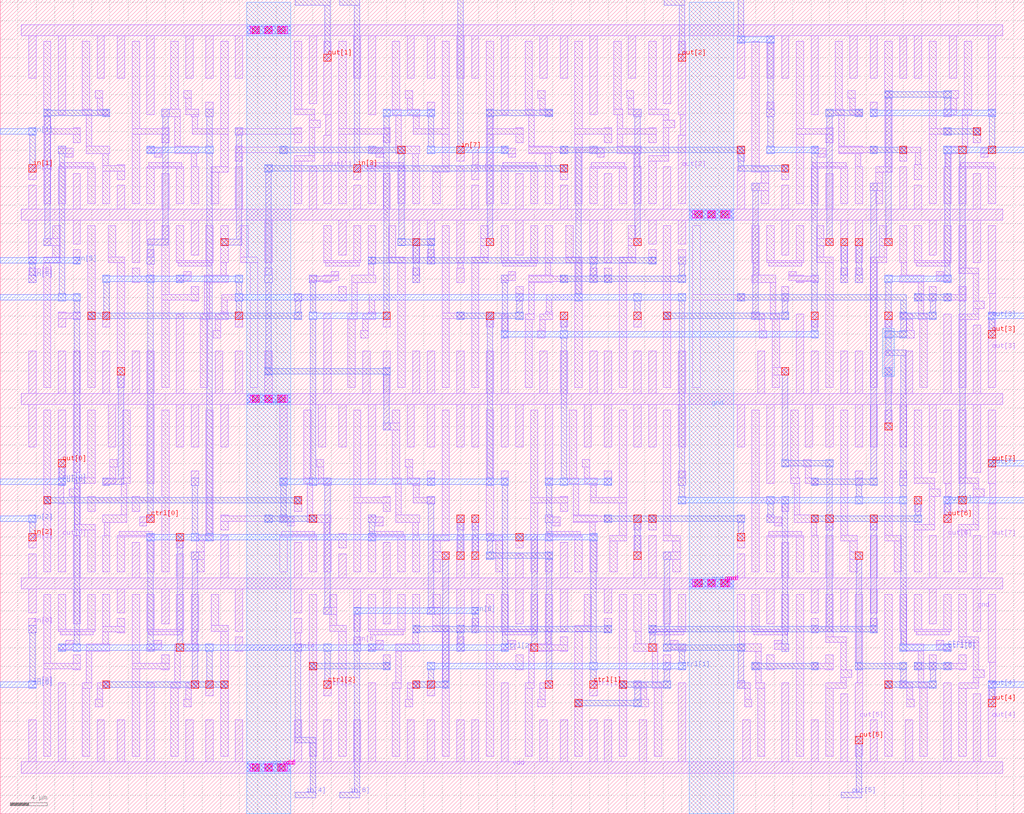
<source format=lef>
VERSION 5.7 ;
  NOWIREEXTENSIONATPIN ON ;
  DIVIDERCHAR "/" ;
  BUSBITCHARS "[]" ;
MACRO barrel_shifter_8bit
  CLASS BLOCK ;
  FOREIGN barrel_shifter_8bit ;
  ORIGIN 1.900 4.000 ;
  SIZE 111.000 BY 88.300 ;
  PIN vdd
    USE POWER ;
    PORT
      LAYER metal1 ;
        RECT 0.400 80.400 106.800 81.600 ;
        RECT 1.200 75.800 2.000 80.400 ;
        RECT 4.400 71.800 5.200 80.400 ;
        RECT 8.600 75.800 9.400 80.400 ;
        RECT 10.800 75.800 11.600 80.400 ;
        RECT 14.000 71.800 14.800 80.400 ;
        RECT 18.200 75.800 19.000 80.400 ;
        RECT 20.400 75.800 21.200 80.400 ;
        RECT 23.600 75.800 24.400 80.400 ;
        RECT 31.600 73.000 32.400 80.400 ;
        RECT 36.400 75.800 37.200 80.400 ;
        RECT 38.000 71.800 38.800 80.400 ;
        RECT 42.200 75.800 43.000 80.400 ;
        RECT 44.400 75.800 45.200 80.400 ;
        RECT 47.600 75.800 48.400 80.400 ;
        RECT 49.200 75.800 50.000 80.400 ;
        RECT 52.400 71.800 53.200 80.400 ;
        RECT 56.600 75.800 57.400 80.400 ;
        RECT 58.800 75.800 59.600 80.400 ;
        RECT 62.000 71.800 62.800 80.400 ;
        RECT 66.200 75.800 67.000 80.400 ;
        RECT 70.000 73.000 70.800 80.400 ;
        RECT 78.000 75.800 78.800 80.400 ;
        RECT 81.200 75.800 82.000 80.400 ;
        RECT 82.800 75.800 83.600 80.400 ;
        RECT 86.000 71.800 86.800 80.400 ;
        RECT 90.200 75.800 91.000 80.400 ;
        RECT 92.400 75.800 93.200 80.400 ;
        RECT 95.600 75.800 96.400 80.400 ;
        RECT 97.200 75.800 98.000 80.400 ;
        RECT 101.000 75.800 101.800 80.400 ;
        RECT 105.200 71.800 106.000 80.400 ;
        RECT 1.200 41.600 2.000 46.200 ;
        RECT 4.400 41.600 5.200 46.200 ;
        RECT 6.000 41.600 6.800 46.200 ;
        RECT 9.200 41.600 10.000 46.200 ;
        RECT 12.400 41.600 13.200 46.200 ;
        RECT 14.000 41.600 14.800 46.200 ;
        RECT 17.200 41.600 18.000 50.200 ;
        RECT 21.400 41.600 22.200 46.200 ;
        RECT 23.600 41.600 24.400 46.200 ;
        RECT 26.800 41.600 27.600 46.200 ;
        RECT 33.200 41.600 34.000 50.200 ;
        RECT 37.400 41.600 38.200 46.200 ;
        RECT 39.600 41.600 40.400 46.200 ;
        RECT 42.800 41.600 43.600 46.200 ;
        RECT 44.400 41.600 45.200 46.200 ;
        RECT 47.600 41.600 48.400 46.200 ;
        RECT 50.800 41.600 51.600 46.200 ;
        RECT 52.400 41.600 53.200 50.200 ;
        RECT 56.600 41.600 57.400 46.200 ;
        RECT 58.800 41.600 59.600 46.200 ;
        RECT 62.000 41.600 62.800 46.200 ;
        RECT 63.600 41.600 64.400 46.200 ;
        RECT 66.800 41.600 67.600 46.200 ;
        RECT 68.400 41.600 69.200 46.200 ;
        RECT 71.600 41.600 72.400 46.200 ;
        RECT 80.200 41.600 81.000 46.200 ;
        RECT 84.400 41.600 85.200 50.200 ;
        RECT 86.000 41.600 86.800 46.200 ;
        RECT 89.200 41.600 90.000 46.200 ;
        RECT 90.800 41.600 91.600 46.200 ;
        RECT 94.000 41.600 94.800 46.200 ;
        RECT 96.200 41.600 97.000 46.200 ;
        RECT 100.400 41.600 101.200 50.200 ;
        RECT 103.600 41.600 104.400 49.000 ;
        RECT 0.400 40.400 106.800 41.600 ;
        RECT 1.200 35.800 2.000 40.400 ;
        RECT 6.000 33.000 6.800 40.400 ;
        RECT 9.800 35.800 10.600 40.400 ;
        RECT 14.000 31.800 14.800 40.400 ;
        RECT 17.200 35.800 18.000 40.400 ;
        RECT 18.800 35.800 19.600 40.400 ;
        RECT 22.000 35.800 22.800 40.400 ;
        RECT 28.400 31.800 29.200 40.400 ;
        RECT 32.600 35.800 33.400 40.400 ;
        RECT 34.800 35.800 35.600 40.400 ;
        RECT 38.000 31.800 38.800 40.400 ;
        RECT 42.200 35.800 43.000 40.400 ;
        RECT 44.400 35.800 45.200 40.400 ;
        RECT 47.600 35.800 48.400 40.400 ;
        RECT 49.200 35.800 50.000 40.400 ;
        RECT 52.400 35.800 53.200 40.400 ;
        RECT 54.000 35.800 54.800 40.400 ;
        RECT 57.200 31.800 58.000 40.400 ;
        RECT 61.400 35.800 62.200 40.400 ;
        RECT 63.600 35.800 64.400 40.400 ;
        RECT 66.800 35.800 67.600 40.400 ;
        RECT 68.400 35.800 69.200 40.400 ;
        RECT 71.600 35.800 72.400 40.400 ;
        RECT 78.000 35.800 78.800 40.400 ;
        RECT 81.200 31.800 82.000 40.400 ;
        RECT 85.400 35.800 86.200 40.400 ;
        RECT 87.600 35.800 88.400 40.400 ;
        RECT 90.800 35.800 91.600 40.400 ;
        RECT 92.400 35.800 93.200 40.400 ;
        RECT 95.600 35.800 96.400 40.400 ;
        RECT 98.800 33.000 99.600 40.400 ;
        RECT 103.600 33.000 104.400 40.400 ;
        RECT 1.200 1.600 2.000 6.200 ;
        RECT 4.400 1.600 5.200 10.200 ;
        RECT 8.600 1.600 9.400 6.200 ;
        RECT 10.800 1.600 11.600 6.200 ;
        RECT 14.000 1.600 14.800 10.200 ;
        RECT 18.200 1.600 19.000 6.200 ;
        RECT 20.400 1.600 21.200 6.200 ;
        RECT 23.600 1.600 24.400 6.200 ;
        RECT 30.000 1.600 30.800 6.200 ;
        RECT 33.200 1.600 34.000 6.200 ;
        RECT 36.400 1.600 37.200 6.200 ;
        RECT 38.000 1.600 38.800 10.200 ;
        RECT 42.200 1.600 43.000 6.200 ;
        RECT 44.400 1.600 45.200 6.200 ;
        RECT 47.600 1.600 48.400 6.200 ;
        RECT 49.200 1.600 50.000 6.200 ;
        RECT 52.400 1.600 53.200 10.200 ;
        RECT 56.600 1.600 57.400 6.200 ;
        RECT 58.800 1.600 59.600 6.200 ;
        RECT 62.000 1.600 62.800 6.200 ;
        RECT 63.600 1.600 64.400 6.200 ;
        RECT 67.400 1.600 68.200 6.200 ;
        RECT 71.600 1.600 72.400 10.200 ;
        RECT 78.600 1.600 79.400 6.200 ;
        RECT 82.800 1.600 83.600 10.200 ;
        RECT 86.000 1.600 86.800 6.200 ;
        RECT 89.200 1.600 90.000 9.000 ;
        RECT 92.400 1.600 93.200 6.200 ;
        RECT 96.200 1.600 97.000 6.200 ;
        RECT 100.400 1.600 101.200 10.200 ;
        RECT 103.600 1.600 104.400 9.000 ;
        RECT 0.400 0.400 106.800 1.600 ;
      LAYER via1 ;
        RECT 25.400 80.600 26.200 81.400 ;
        RECT 26.800 80.600 27.600 81.400 ;
        RECT 28.200 80.600 29.000 81.400 ;
        RECT 25.400 40.600 26.200 41.400 ;
        RECT 26.800 40.600 27.600 41.400 ;
        RECT 28.200 40.600 29.000 41.400 ;
        RECT 25.400 0.600 26.200 1.400 ;
        RECT 26.800 0.600 27.600 1.400 ;
        RECT 28.200 0.600 29.000 1.400 ;
      LAYER metal2 ;
        RECT 24.800 80.600 29.600 81.400 ;
        RECT 24.800 40.600 29.600 41.400 ;
        RECT 24.800 0.600 29.600 1.400 ;
      LAYER via2 ;
        RECT 25.400 80.600 26.200 81.400 ;
        RECT 26.800 80.600 27.600 81.400 ;
        RECT 28.200 80.600 29.000 81.400 ;
        RECT 25.400 40.600 26.200 41.400 ;
        RECT 26.800 40.600 27.600 41.400 ;
        RECT 28.200 40.600 29.000 41.400 ;
        RECT 25.400 0.600 26.200 1.400 ;
        RECT 26.800 0.600 27.600 1.400 ;
        RECT 28.200 0.600 29.000 1.400 ;
      LAYER metal3 ;
        RECT 24.800 80.400 29.600 81.600 ;
        RECT 24.800 40.400 29.600 41.600 ;
        RECT 24.800 0.400 29.600 1.600 ;
      LAYER via3 ;
        RECT 25.200 80.600 26.000 81.400 ;
        RECT 26.800 80.600 27.600 81.400 ;
        RECT 28.400 80.600 29.200 81.400 ;
        RECT 25.200 40.600 26.000 41.400 ;
        RECT 26.800 40.600 27.600 41.400 ;
        RECT 28.400 40.600 29.200 41.400 ;
        RECT 25.200 0.600 26.000 1.400 ;
        RECT 26.800 0.600 27.600 1.400 ;
        RECT 28.400 0.600 29.200 1.400 ;
      LAYER metal4 ;
        RECT 24.800 -4.000 29.600 84.000 ;
    END
  END vdd
  PIN gnd
    USE GROUND ;
    PORT
      LAYER metal1 ;
        RECT 1.200 61.600 2.000 64.200 ;
        RECT 6.000 61.600 6.800 65.400 ;
        RECT 10.800 61.600 11.600 64.200 ;
        RECT 15.600 61.600 16.400 65.400 ;
        RECT 23.600 61.600 24.400 66.200 ;
        RECT 31.600 61.600 32.400 66.200 ;
        RECT 36.400 61.600 37.200 64.200 ;
        RECT 39.600 61.600 40.400 65.400 ;
        RECT 47.600 61.600 48.400 66.200 ;
        RECT 49.200 61.600 50.000 64.200 ;
        RECT 54.000 61.600 54.800 65.400 ;
        RECT 58.800 61.600 59.600 64.200 ;
        RECT 63.600 61.600 64.400 65.400 ;
        RECT 70.000 61.600 70.800 66.200 ;
        RECT 78.000 61.600 78.800 66.200 ;
        RECT 82.800 61.600 83.600 64.200 ;
        RECT 87.600 61.600 88.400 65.400 ;
        RECT 95.600 61.600 96.400 66.200 ;
        RECT 97.200 61.600 98.000 64.200 ;
        RECT 103.600 61.600 104.400 65.400 ;
        RECT 0.400 60.400 106.800 61.600 ;
        RECT 1.200 55.800 2.000 60.400 ;
        RECT 6.000 57.800 6.800 60.400 ;
        RECT 12.400 55.800 13.200 60.400 ;
        RECT 14.000 57.800 14.800 60.400 ;
        RECT 18.800 56.600 19.600 60.400 ;
        RECT 26.800 55.800 27.600 60.400 ;
        RECT 34.800 56.600 35.600 60.400 ;
        RECT 42.800 55.800 43.600 60.400 ;
        RECT 44.400 57.800 45.200 60.400 ;
        RECT 47.600 55.800 48.400 60.400 ;
        RECT 54.000 56.600 54.800 60.400 ;
        RECT 62.000 55.800 62.800 60.400 ;
        RECT 63.600 55.800 64.400 60.400 ;
        RECT 68.400 57.800 69.200 60.400 ;
        RECT 71.600 57.800 72.400 60.400 ;
        RECT 82.800 56.600 83.600 60.400 ;
        RECT 89.200 55.800 90.000 60.400 ;
        RECT 90.800 55.800 91.600 60.400 ;
        RECT 98.800 56.600 99.600 60.400 ;
        RECT 103.600 55.800 104.400 60.400 ;
        RECT 47.700 55.200 48.300 55.800 ;
        RECT 42.800 53.600 43.600 55.200 ;
        RECT 47.600 53.600 48.400 55.200 ;
        RECT 89.200 53.600 90.000 55.200 ;
        RECT 90.800 53.600 91.600 55.200 ;
        RECT 47.600 26.800 48.400 28.400 ;
        RECT 49.200 26.800 50.000 28.400 ;
        RECT 66.800 26.800 67.600 28.400 ;
        RECT 1.200 21.600 2.000 24.200 ;
        RECT 6.000 21.600 6.800 26.200 ;
        RECT 12.400 21.600 13.200 25.400 ;
        RECT 17.200 21.600 18.000 24.200 ;
        RECT 22.000 21.600 22.800 26.200 ;
        RECT 30.000 21.600 30.800 25.400 ;
        RECT 34.800 21.600 35.600 24.200 ;
        RECT 39.600 21.600 40.400 25.400 ;
        RECT 47.600 21.600 48.400 26.200 ;
        RECT 49.200 21.600 50.000 26.200 ;
        RECT 54.000 21.600 54.800 24.200 ;
        RECT 58.800 21.600 59.600 25.400 ;
        RECT 66.800 21.600 67.600 26.200 ;
        RECT 68.400 21.600 69.200 26.200 ;
        RECT 78.000 21.600 78.800 24.200 ;
        RECT 82.800 21.600 83.600 25.400 ;
        RECT 87.600 21.600 88.400 26.200 ;
        RECT 92.400 21.600 93.200 26.200 ;
        RECT 98.800 21.600 99.600 26.200 ;
        RECT 103.600 21.600 104.400 26.200 ;
        RECT 0.400 20.400 106.800 21.600 ;
        RECT 1.200 17.800 2.000 20.400 ;
        RECT 6.000 16.600 6.800 20.400 ;
        RECT 10.800 17.800 11.600 20.400 ;
        RECT 15.600 16.600 16.400 20.400 ;
        RECT 23.600 15.800 24.400 20.400 ;
        RECT 30.000 17.800 30.800 20.400 ;
        RECT 36.400 15.800 37.200 20.400 ;
        RECT 39.600 16.600 40.400 20.400 ;
        RECT 47.600 15.800 48.400 20.400 ;
        RECT 49.200 17.800 50.000 20.400 ;
        RECT 54.000 16.600 54.800 20.400 ;
        RECT 58.800 15.800 59.600 20.400 ;
        RECT 63.600 17.800 64.400 20.400 ;
        RECT 70.000 16.600 70.800 20.400 ;
        RECT 81.200 16.600 82.000 20.400 ;
        RECT 86.000 17.800 86.800 20.400 ;
        RECT 89.200 15.800 90.000 20.400 ;
        RECT 92.400 17.800 93.200 20.400 ;
        RECT 98.800 16.600 99.600 20.400 ;
        RECT 103.600 15.800 104.400 20.400 ;
      LAYER via1 ;
        RECT 73.400 60.600 74.200 61.400 ;
        RECT 74.800 60.600 75.600 61.400 ;
        RECT 76.200 60.600 77.000 61.400 ;
        RECT 42.800 57.600 43.600 58.400 ;
        RECT 89.200 57.600 90.000 58.400 ;
        RECT 90.800 57.600 91.600 58.400 ;
        RECT 47.600 27.600 48.400 28.400 ;
        RECT 49.200 27.600 50.000 28.400 ;
        RECT 66.800 27.600 67.600 28.400 ;
        RECT 47.600 23.600 48.400 24.400 ;
        RECT 49.200 23.600 50.000 24.400 ;
        RECT 66.800 23.600 67.600 24.400 ;
        RECT 73.400 20.600 74.200 21.400 ;
        RECT 74.800 20.600 75.600 21.400 ;
        RECT 76.200 20.600 77.000 21.400 ;
      LAYER metal2 ;
        RECT 72.800 60.600 77.600 61.400 ;
        RECT 42.800 57.600 43.600 58.400 ;
        RECT 89.200 57.600 90.000 58.400 ;
        RECT 90.800 57.600 91.600 58.400 ;
        RECT 42.900 54.400 43.500 57.600 ;
        RECT 89.300 54.400 89.900 57.600 ;
        RECT 90.900 54.400 91.500 57.600 ;
        RECT 42.800 53.600 43.600 54.400 ;
        RECT 89.200 53.600 90.000 54.400 ;
        RECT 90.800 53.600 91.600 54.400 ;
        RECT 47.600 27.600 48.400 28.400 ;
        RECT 49.200 27.600 50.000 28.400 ;
        RECT 66.800 27.600 67.600 28.400 ;
        RECT 47.700 24.400 48.300 27.600 ;
        RECT 49.300 24.400 49.900 27.600 ;
        RECT 66.900 24.400 67.500 27.600 ;
        RECT 47.600 23.600 48.400 24.400 ;
        RECT 49.200 23.600 50.000 24.400 ;
        RECT 66.800 23.600 67.600 24.400 ;
        RECT 72.800 20.600 77.600 21.400 ;
      LAYER via2 ;
        RECT 73.400 60.600 74.200 61.400 ;
        RECT 74.800 60.600 75.600 61.400 ;
        RECT 76.200 60.600 77.000 61.400 ;
        RECT 73.400 20.600 74.200 21.400 ;
        RECT 74.800 20.600 75.600 21.400 ;
        RECT 76.200 20.600 77.000 21.400 ;
      LAYER metal3 ;
        RECT 72.800 60.400 77.600 61.600 ;
        RECT 72.800 20.400 77.600 21.600 ;
      LAYER via3 ;
        RECT 73.200 60.600 74.000 61.400 ;
        RECT 74.800 60.600 75.600 61.400 ;
        RECT 76.400 60.600 77.200 61.400 ;
        RECT 73.200 20.600 74.000 21.400 ;
        RECT 74.800 20.600 75.600 21.400 ;
        RECT 76.400 20.600 77.200 21.400 ;
      LAYER metal4 ;
        RECT 72.800 -4.000 77.600 84.000 ;
    END
  END gnd
  PIN in[0]
    PORT
      LAYER metal1 ;
        RECT 1.200 15.600 2.000 17.200 ;
      LAYER metal2 ;
        RECT 1.200 15.600 2.000 16.400 ;
        RECT 1.300 10.400 1.900 15.600 ;
        RECT 1.200 9.600 2.000 10.400 ;
      LAYER metal3 ;
        RECT 1.200 10.300 2.000 10.400 ;
        RECT -1.900 9.700 2.000 10.300 ;
        RECT 1.200 9.600 2.000 9.700 ;
    END
  END in[0]
  PIN in[1]
    PORT
      LAYER metal1 ;
        RECT 1.200 64.800 2.000 66.400 ;
      LAYER via1 ;
        RECT 1.200 65.600 2.000 66.400 ;
      LAYER metal2 ;
        RECT 1.200 69.600 2.000 70.400 ;
        RECT 1.300 66.400 1.900 69.600 ;
        RECT 1.200 65.600 2.000 66.400 ;
      LAYER metal3 ;
        RECT 1.200 70.300 2.000 70.400 ;
        RECT -1.900 69.700 2.000 70.300 ;
        RECT 1.200 69.600 2.000 69.700 ;
    END
  END in[1]
  PIN in[2]
    PORT
      LAYER metal1 ;
        RECT 1.200 24.800 2.000 26.400 ;
      LAYER via1 ;
        RECT 1.200 25.600 2.000 26.400 ;
      LAYER metal2 ;
        RECT 1.200 27.600 2.000 28.400 ;
        RECT 1.300 26.400 1.900 27.600 ;
        RECT 1.200 25.600 2.000 26.400 ;
      LAYER metal3 ;
        RECT 1.200 28.300 2.000 28.400 ;
        RECT -1.900 27.700 2.000 28.300 ;
        RECT 1.200 27.600 2.000 27.700 ;
    END
  END in[2]
  PIN in[3]
    PORT
      LAYER metal1 ;
        RECT 36.400 64.800 37.200 66.400 ;
      LAYER via1 ;
        RECT 36.400 65.600 37.200 66.400 ;
      LAYER metal2 ;
        RECT 34.900 83.700 37.100 84.300 ;
        RECT 36.500 66.400 37.100 83.700 ;
        RECT 36.400 65.600 37.200 66.400 ;
    END
  END in[3]
  PIN in[4]
    PORT
      LAYER metal1 ;
        RECT 30.000 15.600 30.800 17.200 ;
        RECT 23.600 14.300 24.400 15.200 ;
        RECT 30.100 14.400 30.700 15.600 ;
        RECT 30.000 14.300 30.800 14.400 ;
        RECT 23.600 13.700 30.800 14.300 ;
        RECT 23.600 13.600 24.400 13.700 ;
        RECT 30.000 13.600 30.800 13.700 ;
      LAYER metal2 ;
        RECT 30.000 13.600 30.800 14.400 ;
        RECT 30.100 4.300 30.700 13.600 ;
        RECT 30.100 3.700 32.300 4.300 ;
        RECT 31.700 -1.700 32.300 3.700 ;
        RECT 30.100 -2.300 32.300 -1.700 ;
    END
  END in[4]
  PIN in[5]
    PORT
      LAYER metal1 ;
        RECT 6.000 55.600 6.800 57.200 ;
        RECT 1.200 53.600 2.000 55.200 ;
      LAYER metal2 ;
        RECT 1.200 55.600 2.000 56.400 ;
        RECT 6.000 55.600 6.800 56.400 ;
        RECT 1.300 54.400 1.900 55.600 ;
        RECT 1.200 53.600 2.000 54.400 ;
      LAYER metal3 ;
        RECT 1.200 56.300 2.000 56.400 ;
        RECT 6.000 56.300 6.800 56.400 ;
        RECT -1.900 55.700 6.800 56.300 ;
        RECT 1.200 55.600 2.000 55.700 ;
        RECT 6.000 55.600 6.800 55.700 ;
    END
  END in[5]
  PIN in[6]
    PORT
      LAYER metal1 ;
        RECT 49.200 15.600 50.000 17.200 ;
        RECT 36.400 13.600 37.200 15.200 ;
      LAYER metal2 ;
        RECT 36.400 17.600 37.200 18.400 ;
        RECT 49.200 17.600 50.000 18.400 ;
        RECT 36.500 14.400 37.100 17.600 ;
        RECT 49.300 16.400 49.900 17.600 ;
        RECT 49.200 15.600 50.000 16.400 ;
        RECT 36.400 13.600 37.200 14.400 ;
        RECT 36.500 -1.700 37.100 13.600 ;
        RECT 34.900 -2.300 37.100 -1.700 ;
      LAYER metal3 ;
        RECT 36.400 18.300 37.200 18.400 ;
        RECT 49.200 18.300 50.000 18.400 ;
        RECT 36.400 17.700 50.000 18.300 ;
        RECT 36.400 17.600 37.200 17.700 ;
        RECT 49.200 17.600 50.000 17.700 ;
    END
  END in[6]
  PIN in[7]
    PORT
      LAYER metal1 ;
        RECT 47.600 68.300 48.400 68.400 ;
        RECT 47.600 67.700 49.900 68.300 ;
        RECT 47.600 66.800 48.400 67.700 ;
        RECT 49.300 66.400 49.900 67.700 ;
        RECT 49.200 64.800 50.000 66.400 ;
      LAYER via1 ;
        RECT 47.600 67.600 48.400 68.400 ;
      LAYER metal2 ;
        RECT 47.700 68.400 48.300 84.300 ;
        RECT 47.600 67.600 48.400 68.400 ;
    END
  END in[7]
  PIN ctrl[0]
    PORT
      LAYER metal1 ;
        RECT 92.400 71.600 93.200 73.200 ;
        RECT 62.000 68.200 62.800 68.400 ;
        RECT 105.200 68.200 106.000 68.400 ;
        RECT 62.000 67.600 63.600 68.200 ;
        RECT 62.800 67.200 63.600 67.600 ;
        RECT 104.400 67.600 106.000 68.200 ;
        RECT 104.400 67.200 105.200 67.600 ;
        RECT 18.000 54.400 18.800 54.800 ;
        RECT 17.200 53.800 18.800 54.400 ;
        RECT 99.600 54.400 100.400 54.800 ;
        RECT 99.600 53.800 101.200 54.400 ;
        RECT 17.200 53.600 18.000 53.800 ;
        RECT 100.400 53.600 101.200 53.800 ;
        RECT 9.200 48.800 10.000 50.400 ;
        RECT 23.600 48.800 24.400 50.400 ;
        RECT 66.800 48.800 67.600 50.400 ;
        RECT 94.000 48.800 94.800 50.400 ;
        RECT 71.600 31.600 72.400 33.200 ;
        RECT 90.800 31.600 91.600 33.200 ;
        RECT 95.600 31.600 96.400 33.200 ;
        RECT 14.000 28.200 14.800 28.400 ;
        RECT 13.200 27.600 14.800 28.200 ;
        RECT 81.200 28.200 82.000 28.400 ;
        RECT 81.200 27.600 82.800 28.200 ;
        RECT 13.200 27.200 14.000 27.600 ;
        RECT 82.000 27.200 82.800 27.600 ;
        RECT 82.000 14.400 82.800 14.800 ;
        RECT 99.600 14.400 100.400 14.800 ;
        RECT 82.000 13.800 83.600 14.400 ;
        RECT 99.600 13.800 101.200 14.400 ;
        RECT 82.800 13.600 83.600 13.800 ;
        RECT 100.400 13.600 101.200 13.800 ;
      LAYER via1 ;
        RECT 105.200 67.600 106.000 68.400 ;
        RECT 9.200 49.600 10.000 50.400 ;
        RECT 23.600 49.600 24.400 50.400 ;
        RECT 66.800 49.600 67.600 50.400 ;
        RECT 94.000 49.600 94.800 50.400 ;
        RECT 14.000 27.600 14.800 28.400 ;
      LAYER metal2 ;
        RECT 92.400 71.600 93.200 72.400 ;
        RECT 105.200 71.600 106.000 72.400 ;
        RECT 105.300 68.400 105.900 71.600 ;
        RECT 62.000 68.300 62.800 68.400 ;
        RECT 60.500 67.700 62.800 68.300 ;
        RECT 9.200 53.600 10.000 54.400 ;
        RECT 14.000 53.600 14.800 54.400 ;
        RECT 17.200 53.600 18.000 54.400 ;
        RECT 23.600 53.600 24.400 54.400 ;
        RECT 9.300 50.400 9.900 53.600 ;
        RECT 9.200 49.600 10.000 50.400 ;
        RECT 14.100 28.400 14.700 53.600 ;
        RECT 23.700 52.400 24.300 53.600 ;
        RECT 60.500 52.400 61.100 67.700 ;
        RECT 62.000 67.600 62.800 67.700 ;
        RECT 100.400 67.600 101.200 68.400 ;
        RECT 105.200 67.600 106.000 68.400 ;
        RECT 100.500 54.400 101.100 67.600 ;
        RECT 94.000 53.600 94.800 54.400 ;
        RECT 100.400 53.600 101.200 54.400 ;
        RECT 23.600 51.600 24.400 52.400 ;
        RECT 60.400 51.600 61.200 52.400 ;
        RECT 66.800 51.600 67.600 52.400 ;
        RECT 71.600 51.600 72.400 52.400 ;
        RECT 23.700 50.400 24.300 51.600 ;
        RECT 66.900 50.400 67.500 51.600 ;
        RECT 23.600 49.600 24.400 50.400 ;
        RECT 66.800 49.600 67.600 50.400 ;
        RECT 71.700 32.400 72.300 51.600 ;
        RECT 94.100 50.400 94.700 53.600 ;
        RECT 94.000 49.600 94.800 50.400 ;
        RECT 94.100 46.300 94.700 49.600 ;
        RECT 94.100 45.700 96.300 46.300 ;
        RECT 95.700 32.400 96.300 45.700 ;
        RECT 71.600 31.600 72.400 32.400 ;
        RECT 90.800 31.600 91.600 32.400 ;
        RECT 95.600 31.600 96.400 32.400 ;
        RECT 71.700 30.400 72.300 31.600 ;
        RECT 90.900 30.400 91.500 31.600 ;
        RECT 95.700 30.400 96.300 31.600 ;
        RECT 71.600 29.600 72.400 30.400 ;
        RECT 81.200 29.600 82.000 30.400 ;
        RECT 82.800 29.600 83.600 30.400 ;
        RECT 90.800 29.600 91.600 30.400 ;
        RECT 95.600 29.600 96.400 30.400 ;
        RECT 81.300 28.400 81.900 29.600 ;
        RECT 14.000 27.600 14.800 28.400 ;
        RECT 81.200 27.600 82.000 28.400 ;
        RECT 82.900 14.400 83.500 29.600 ;
        RECT 95.700 14.400 96.300 29.600 ;
        RECT 82.800 13.600 83.600 14.400 ;
        RECT 95.600 13.600 96.400 14.400 ;
        RECT 100.400 13.600 101.200 14.400 ;
      LAYER metal3 ;
        RECT 92.400 72.300 93.200 72.400 ;
        RECT 105.200 72.300 106.000 72.400 ;
        RECT 92.400 71.700 106.000 72.300 ;
        RECT 92.400 71.600 93.200 71.700 ;
        RECT 105.200 71.600 106.000 71.700 ;
        RECT 100.400 68.300 101.200 68.400 ;
        RECT 105.200 68.300 106.000 68.400 ;
        RECT 100.400 67.700 109.100 68.300 ;
        RECT 100.400 67.600 101.200 67.700 ;
        RECT 105.200 67.600 106.000 67.700 ;
        RECT 9.200 54.300 10.000 54.400 ;
        RECT 14.000 54.300 14.800 54.400 ;
        RECT 17.200 54.300 18.000 54.400 ;
        RECT 23.600 54.300 24.400 54.400 ;
        RECT 9.200 53.700 24.400 54.300 ;
        RECT 9.200 53.600 10.000 53.700 ;
        RECT 14.000 53.600 14.800 53.700 ;
        RECT 17.200 53.600 18.000 53.700 ;
        RECT 23.600 53.600 24.400 53.700 ;
        RECT 94.000 54.300 94.800 54.400 ;
        RECT 100.400 54.300 101.200 54.400 ;
        RECT 94.000 53.700 101.200 54.300 ;
        RECT 94.000 53.600 94.800 53.700 ;
        RECT 100.400 53.600 101.200 53.700 ;
        RECT 23.600 52.300 24.400 52.400 ;
        RECT 60.400 52.300 61.200 52.400 ;
        RECT 66.800 52.300 67.600 52.400 ;
        RECT 71.600 52.300 72.400 52.400 ;
        RECT 23.600 51.700 72.400 52.300 ;
        RECT 23.600 51.600 24.400 51.700 ;
        RECT 60.400 51.600 61.200 51.700 ;
        RECT 66.800 51.600 67.600 51.700 ;
        RECT 71.600 51.600 72.400 51.700 ;
        RECT 71.600 30.300 72.400 30.400 ;
        RECT 81.200 30.300 82.000 30.400 ;
        RECT 82.800 30.300 83.600 30.400 ;
        RECT 90.800 30.300 91.600 30.400 ;
        RECT 95.600 30.300 96.400 30.400 ;
        RECT 71.600 29.700 96.400 30.300 ;
        RECT 71.600 29.600 72.400 29.700 ;
        RECT 81.200 29.600 82.000 29.700 ;
        RECT 82.800 29.600 83.600 29.700 ;
        RECT 90.800 29.600 91.600 29.700 ;
        RECT 95.600 29.600 96.400 29.700 ;
        RECT 95.600 14.300 96.400 14.400 ;
        RECT 100.400 14.300 101.200 14.400 ;
        RECT 95.600 13.700 101.200 14.300 ;
        RECT 95.600 13.600 96.400 13.700 ;
        RECT 100.400 13.600 101.200 13.700 ;
    END
  END ctrl[0]
  PIN ctrl[1]
    PORT
      LAYER metal1 ;
        RECT 20.400 71.600 21.200 73.200 ;
        RECT 81.200 71.600 82.000 73.200 ;
        RECT 14.000 68.200 14.800 68.400 ;
        RECT 86.000 68.200 86.800 68.400 ;
        RECT 14.000 67.600 15.600 68.200 ;
        RECT 86.000 67.600 87.600 68.200 ;
        RECT 14.800 67.200 15.600 67.600 ;
        RECT 86.800 67.200 87.600 67.600 ;
        RECT 53.200 54.400 54.000 54.800 ;
        RECT 52.400 53.800 54.000 54.400 ;
        RECT 83.600 54.400 84.400 54.800 ;
        RECT 83.600 54.300 85.200 54.400 ;
        RECT 86.000 54.300 86.800 54.400 ;
        RECT 83.600 53.800 86.800 54.300 ;
        RECT 52.400 53.600 53.200 53.800 ;
        RECT 84.400 53.700 86.800 53.800 ;
        RECT 84.400 53.600 85.200 53.700 ;
        RECT 86.000 53.600 86.800 53.700 ;
        RECT 58.800 48.800 59.600 50.400 ;
        RECT 86.000 48.800 86.800 50.400 ;
        RECT 18.800 31.600 19.600 33.200 ;
        RECT 63.600 31.600 64.400 33.200 ;
        RECT 38.000 28.200 38.800 28.400 ;
        RECT 57.200 28.200 58.000 28.400 ;
        RECT 38.000 27.600 39.600 28.200 ;
        RECT 57.200 27.600 58.800 28.200 ;
        RECT 38.800 27.200 39.600 27.600 ;
        RECT 58.000 27.200 58.800 27.600 ;
        RECT 14.800 14.400 15.600 14.800 ;
        RECT 14.000 13.800 15.600 14.400 ;
        RECT 70.800 14.400 71.600 14.800 ;
        RECT 70.800 13.800 72.400 14.400 ;
        RECT 14.000 13.600 14.800 13.800 ;
        RECT 71.600 13.600 72.400 13.800 ;
        RECT 44.400 8.800 45.200 10.400 ;
        RECT 62.000 8.800 62.800 10.400 ;
      LAYER via1 ;
        RECT 58.800 49.600 59.600 50.400 ;
        RECT 86.000 49.600 86.800 50.400 ;
        RECT 44.400 9.600 45.200 10.400 ;
        RECT 62.000 9.600 62.800 10.400 ;
      LAYER metal2 ;
        RECT 78.100 80.400 78.700 84.300 ;
        RECT 78.000 79.600 78.800 80.400 ;
        RECT 81.200 79.600 82.000 80.400 ;
        RECT 81.300 72.400 81.900 79.600 ;
        RECT 20.400 71.600 21.200 72.400 ;
        RECT 81.200 71.600 82.000 72.400 ;
        RECT 20.500 68.400 21.100 71.600 ;
        RECT 81.300 68.400 81.900 71.600 ;
        RECT 14.000 67.600 14.800 68.400 ;
        RECT 20.400 67.600 21.200 68.400 ;
        RECT 81.200 67.600 82.000 68.400 ;
        RECT 86.000 67.600 86.800 68.400 ;
        RECT 18.800 31.600 19.600 32.400 ;
        RECT 18.900 26.400 19.500 31.600 ;
        RECT 20.500 26.400 21.100 67.600 ;
        RECT 86.100 54.400 86.700 67.600 ;
        RECT 52.400 53.600 53.200 54.400 ;
        RECT 86.000 53.600 86.800 54.400 ;
        RECT 52.500 48.400 53.100 53.600 ;
        RECT 86.100 50.400 86.700 53.600 ;
        RECT 58.800 49.600 59.600 50.400 ;
        RECT 86.000 49.600 86.800 50.400 ;
        RECT 58.900 48.400 59.500 49.600 ;
        RECT 86.100 48.400 86.700 49.600 ;
        RECT 52.400 47.600 53.200 48.400 ;
        RECT 58.800 47.600 59.600 48.400 ;
        RECT 86.000 47.600 86.800 48.400 ;
        RECT 58.900 32.400 59.500 47.600 ;
        RECT 57.200 31.600 58.000 32.400 ;
        RECT 58.800 31.600 59.600 32.400 ;
        RECT 63.600 31.600 64.400 32.400 ;
        RECT 57.300 28.400 57.900 31.600 ;
        RECT 38.000 27.600 38.800 28.400 ;
        RECT 57.200 27.600 58.000 28.400 ;
        RECT 38.100 26.400 38.700 27.600 ;
        RECT 57.300 26.400 57.900 27.600 ;
        RECT 14.000 25.600 14.800 26.400 ;
        RECT 18.800 25.600 19.600 26.400 ;
        RECT 20.400 25.600 21.200 26.400 ;
        RECT 38.000 25.600 38.800 26.400 ;
        RECT 57.200 25.600 58.000 26.400 ;
        RECT 62.000 25.600 62.800 26.400 ;
        RECT 14.100 14.400 14.700 25.600 ;
        RECT 14.000 13.600 14.800 14.400 ;
        RECT 62.100 12.400 62.700 25.600 ;
        RECT 71.600 13.600 72.400 14.400 ;
        RECT 71.700 12.400 72.300 13.600 ;
        RECT 44.400 11.600 45.200 12.400 ;
        RECT 62.000 11.600 62.800 12.400 ;
        RECT 71.600 11.600 72.400 12.400 ;
        RECT 44.500 10.400 45.100 11.600 ;
        RECT 62.100 10.400 62.700 11.600 ;
        RECT 44.400 9.600 45.200 10.400 ;
        RECT 62.000 9.600 62.800 10.400 ;
      LAYER metal3 ;
        RECT 78.000 80.300 78.800 80.400 ;
        RECT 81.200 80.300 82.000 80.400 ;
        RECT 78.000 79.700 82.000 80.300 ;
        RECT 78.000 79.600 78.800 79.700 ;
        RECT 81.200 79.600 82.000 79.700 ;
        RECT 14.000 68.300 14.800 68.400 ;
        RECT 20.400 68.300 21.200 68.400 ;
        RECT 14.000 67.700 21.200 68.300 ;
        RECT 14.000 67.600 14.800 67.700 ;
        RECT 20.400 67.600 21.200 67.700 ;
        RECT 81.200 68.300 82.000 68.400 ;
        RECT 86.000 68.300 86.800 68.400 ;
        RECT 81.200 67.700 86.800 68.300 ;
        RECT 81.200 67.600 82.000 67.700 ;
        RECT 86.000 67.600 86.800 67.700 ;
        RECT 52.400 48.300 53.200 48.400 ;
        RECT 58.800 48.300 59.600 48.400 ;
        RECT 86.000 48.300 86.800 48.400 ;
        RECT 52.400 47.700 86.800 48.300 ;
        RECT 52.400 47.600 53.200 47.700 ;
        RECT 58.800 47.600 59.600 47.700 ;
        RECT 86.000 47.600 86.800 47.700 ;
        RECT 57.200 32.300 58.000 32.400 ;
        RECT 58.800 32.300 59.600 32.400 ;
        RECT 63.600 32.300 64.400 32.400 ;
        RECT 57.200 31.700 64.400 32.300 ;
        RECT 57.200 31.600 58.000 31.700 ;
        RECT 58.800 31.600 59.600 31.700 ;
        RECT 63.600 31.600 64.400 31.700 ;
        RECT 14.000 26.300 14.800 26.400 ;
        RECT 18.800 26.300 19.600 26.400 ;
        RECT 20.400 26.300 21.200 26.400 ;
        RECT 38.000 26.300 38.800 26.400 ;
        RECT 57.200 26.300 58.000 26.400 ;
        RECT 62.000 26.300 62.800 26.400 ;
        RECT 14.000 25.700 62.800 26.300 ;
        RECT 14.000 25.600 14.800 25.700 ;
        RECT 18.800 25.600 19.600 25.700 ;
        RECT 20.400 25.600 21.200 25.700 ;
        RECT 38.000 25.600 38.800 25.700 ;
        RECT 57.200 25.600 58.000 25.700 ;
        RECT 62.000 25.600 62.800 25.700 ;
        RECT 44.400 12.300 45.200 12.400 ;
        RECT 62.000 12.300 62.800 12.400 ;
        RECT 71.600 12.300 72.400 12.400 ;
        RECT 44.400 11.700 72.400 12.300 ;
        RECT 44.400 11.600 45.200 11.700 ;
        RECT 62.000 11.600 62.800 11.700 ;
        RECT 71.600 11.600 72.400 11.700 ;
    END
  END ctrl[1]
  PIN ctrl[2]
    PORT
      LAYER metal1 ;
        RECT 44.400 71.600 45.200 73.200 ;
        RECT 4.400 68.200 5.200 68.400 ;
        RECT 38.000 68.200 38.800 68.400 ;
        RECT 52.400 68.200 53.200 68.400 ;
        RECT 4.400 67.600 6.000 68.200 ;
        RECT 38.000 67.600 39.600 68.200 ;
        RECT 52.400 67.600 54.000 68.200 ;
        RECT 5.200 67.200 6.000 67.600 ;
        RECT 38.800 67.200 39.600 67.600 ;
        RECT 53.200 67.200 54.000 67.600 ;
        RECT 34.000 54.400 34.800 54.800 ;
        RECT 31.600 54.300 32.400 54.400 ;
        RECT 33.200 54.300 34.800 54.400 ;
        RECT 31.600 53.800 34.800 54.300 ;
        RECT 31.600 53.700 34.000 53.800 ;
        RECT 31.600 53.600 32.400 53.700 ;
        RECT 33.200 53.600 34.000 53.700 ;
        RECT 4.400 50.300 5.200 50.400 ;
        RECT 6.000 50.300 6.800 50.400 ;
        RECT 4.400 49.700 6.800 50.300 ;
        RECT 4.400 48.800 5.200 49.700 ;
        RECT 6.000 49.600 6.800 49.700 ;
        RECT 39.600 48.800 40.400 50.400 ;
        RECT 50.800 48.800 51.600 50.400 ;
        RECT 44.400 31.600 45.200 33.200 ;
        RECT 52.400 31.600 53.200 33.200 ;
        RECT 28.400 28.200 29.200 28.400 ;
        RECT 28.400 27.600 30.000 28.200 ;
        RECT 29.200 27.200 30.000 27.600 ;
        RECT 5.200 14.400 6.000 14.800 ;
        RECT 38.800 14.400 39.600 14.800 ;
        RECT 53.200 14.400 54.000 14.800 ;
        RECT 4.400 13.800 6.000 14.400 ;
        RECT 38.000 13.800 39.600 14.400 ;
        RECT 52.400 13.800 54.000 14.400 ;
        RECT 4.400 13.600 5.200 13.800 ;
        RECT 38.000 13.600 38.800 13.800 ;
        RECT 52.400 13.600 53.200 13.800 ;
        RECT 20.400 8.800 21.200 10.400 ;
        RECT 33.200 8.800 34.000 10.400 ;
      LAYER via1 ;
        RECT 39.600 49.600 40.400 50.400 ;
        RECT 50.800 49.600 51.600 50.400 ;
        RECT 20.400 9.600 21.200 10.400 ;
        RECT 33.200 9.600 34.000 10.400 ;
      LAYER metal2 ;
        RECT 39.600 71.600 40.400 72.400 ;
        RECT 44.400 71.600 45.200 72.400 ;
        RECT 4.400 67.600 5.200 68.400 ;
        RECT 38.000 68.300 38.800 68.400 ;
        RECT 39.700 68.300 40.300 71.600 ;
        RECT 44.500 68.400 45.100 71.600 ;
        RECT 38.000 67.700 40.300 68.300 ;
        RECT 38.000 67.600 38.800 67.700 ;
        RECT 4.500 52.400 5.100 67.600 ;
        RECT 31.600 53.600 32.400 54.400 ;
        RECT 4.400 51.600 5.200 52.400 ;
        RECT 6.000 51.600 6.800 52.400 ;
        RECT 6.100 50.400 6.700 51.600 ;
        RECT 31.700 50.400 32.300 53.600 ;
        RECT 39.700 50.400 40.300 67.700 ;
        RECT 44.400 67.600 45.200 68.400 ;
        RECT 52.400 67.600 53.200 68.400 ;
        RECT 6.000 49.600 6.800 50.400 ;
        RECT 31.600 49.600 32.400 50.400 ;
        RECT 39.600 49.600 40.400 50.400 ;
        RECT 50.800 49.600 51.600 50.400 ;
        RECT 6.100 14.400 6.700 49.600 ;
        RECT 31.700 32.400 32.300 49.600 ;
        RECT 50.900 32.400 51.500 49.600 ;
        RECT 28.400 31.600 29.200 32.400 ;
        RECT 31.600 31.600 32.400 32.400 ;
        RECT 44.400 31.600 45.200 32.400 ;
        RECT 50.800 31.600 51.600 32.400 ;
        RECT 52.400 31.600 53.200 32.400 ;
        RECT 28.500 28.400 29.100 31.600 ;
        RECT 28.400 27.600 29.200 28.400 ;
        RECT 52.500 14.400 53.100 31.600 ;
        RECT 4.400 13.600 5.200 14.400 ;
        RECT 6.000 13.600 6.800 14.400 ;
        RECT 20.400 13.600 21.200 14.400 ;
        RECT 33.200 13.600 34.000 14.400 ;
        RECT 38.000 13.600 38.800 14.400 ;
        RECT 52.400 13.600 53.200 14.400 ;
        RECT 20.500 10.400 21.100 13.600 ;
        RECT 33.300 10.400 33.900 13.600 ;
        RECT 20.400 9.600 21.200 10.400 ;
        RECT 33.200 9.600 34.000 10.400 ;
      LAYER metal3 ;
        RECT 39.600 72.300 40.400 72.400 ;
        RECT 44.400 72.300 45.200 72.400 ;
        RECT 39.600 71.700 45.200 72.300 ;
        RECT 39.600 71.600 40.400 71.700 ;
        RECT 44.400 71.600 45.200 71.700 ;
        RECT 44.400 68.300 45.200 68.400 ;
        RECT 52.400 68.300 53.200 68.400 ;
        RECT 44.400 67.700 53.200 68.300 ;
        RECT 44.400 67.600 45.200 67.700 ;
        RECT 52.400 67.600 53.200 67.700 ;
        RECT 4.400 52.300 5.200 52.400 ;
        RECT 6.000 52.300 6.800 52.400 ;
        RECT -1.900 51.700 6.800 52.300 ;
        RECT 4.400 51.600 5.200 51.700 ;
        RECT 6.000 51.600 6.800 51.700 ;
        RECT 31.600 50.300 32.400 50.400 ;
        RECT 39.600 50.300 40.400 50.400 ;
        RECT 31.600 49.700 40.400 50.300 ;
        RECT 31.600 49.600 32.400 49.700 ;
        RECT 39.600 49.600 40.400 49.700 ;
        RECT 28.400 32.300 29.200 32.400 ;
        RECT 31.600 32.300 32.400 32.400 ;
        RECT 44.400 32.300 45.200 32.400 ;
        RECT 50.800 32.300 51.600 32.400 ;
        RECT 52.400 32.300 53.200 32.400 ;
        RECT 28.400 31.700 53.200 32.300 ;
        RECT 28.400 31.600 29.200 31.700 ;
        RECT 31.600 31.600 32.400 31.700 ;
        RECT 44.400 31.600 45.200 31.700 ;
        RECT 50.800 31.600 51.600 31.700 ;
        RECT 52.400 31.600 53.200 31.700 ;
        RECT 4.400 14.300 5.200 14.400 ;
        RECT 6.000 14.300 6.800 14.400 ;
        RECT 20.400 14.300 21.200 14.400 ;
        RECT 33.200 14.300 34.000 14.400 ;
        RECT 38.000 14.300 38.800 14.400 ;
        RECT 52.400 14.300 53.200 14.400 ;
        RECT 4.400 13.700 53.200 14.300 ;
        RECT 4.400 13.600 5.200 13.700 ;
        RECT 6.000 13.600 6.800 13.700 ;
        RECT 20.400 13.600 21.200 13.700 ;
        RECT 33.200 13.600 34.000 13.700 ;
        RECT 38.000 13.600 38.800 13.700 ;
        RECT 52.400 13.600 53.200 13.700 ;
    END
  END ctrl[2]
  PIN out[0]
    PORT
      LAYER metal1 ;
        RECT 4.400 31.800 5.200 39.800 ;
        RECT 4.400 29.600 5.000 31.800 ;
        RECT 4.400 22.200 5.200 29.600 ;
      LAYER via1 ;
        RECT 4.400 33.600 5.200 34.400 ;
      LAYER metal2 ;
        RECT 4.400 33.600 5.200 34.400 ;
        RECT 4.500 32.400 5.100 33.600 ;
        RECT 4.400 31.600 5.200 32.400 ;
      LAYER metal3 ;
        RECT 4.400 32.300 5.200 32.400 ;
        RECT -1.900 31.700 5.200 32.300 ;
        RECT 4.400 31.600 5.200 31.700 ;
    END
  END out[0]
  PIN out[1]
    PORT
      LAYER metal1 ;
        RECT 33.200 71.800 34.000 79.800 ;
        RECT 33.400 69.600 34.000 71.800 ;
        RECT 33.200 62.200 34.000 69.600 ;
      LAYER via1 ;
        RECT 33.200 77.600 34.000 78.400 ;
      LAYER metal2 ;
        RECT 30.100 83.700 33.900 84.300 ;
        RECT 33.300 78.400 33.900 83.700 ;
        RECT 33.200 77.600 34.000 78.400 ;
    END
  END out[1]
  PIN out[2]
    PORT
      LAYER metal1 ;
        RECT 71.600 71.800 72.400 79.800 ;
        RECT 71.800 69.600 72.400 71.800 ;
        RECT 71.600 62.200 72.400 69.600 ;
      LAYER via1 ;
        RECT 71.600 77.600 72.400 78.400 ;
      LAYER metal2 ;
        RECT 70.100 83.700 72.300 84.300 ;
        RECT 71.700 78.400 72.300 83.700 ;
        RECT 71.600 77.600 72.400 78.400 ;
    END
  END out[2]
  PIN out[3]
    PORT
      LAYER metal1 ;
        RECT 105.200 52.400 106.000 59.800 ;
        RECT 105.400 50.200 106.000 52.400 ;
        RECT 105.200 42.200 106.000 50.200 ;
      LAYER via1 ;
        RECT 105.200 47.600 106.000 48.400 ;
      LAYER metal2 ;
        RECT 105.200 49.600 106.000 50.400 ;
        RECT 105.300 48.400 105.900 49.600 ;
        RECT 105.200 47.600 106.000 48.400 ;
      LAYER metal3 ;
        RECT 105.200 50.300 106.000 50.400 ;
        RECT 105.200 49.700 109.100 50.300 ;
        RECT 105.200 49.600 106.000 49.700 ;
    END
  END out[3]
  PIN out[4]
    PORT
      LAYER metal1 ;
        RECT 105.200 12.400 106.000 19.800 ;
        RECT 105.400 10.200 106.000 12.400 ;
        RECT 105.200 2.200 106.000 10.200 ;
      LAYER via1 ;
        RECT 105.200 7.600 106.000 8.400 ;
      LAYER metal2 ;
        RECT 105.200 9.600 106.000 10.400 ;
        RECT 105.300 8.400 105.900 9.600 ;
        RECT 105.200 7.600 106.000 8.400 ;
      LAYER metal3 ;
        RECT 105.200 10.300 106.000 10.400 ;
        RECT 105.200 9.700 109.100 10.300 ;
        RECT 105.200 9.600 106.000 9.700 ;
    END
  END out[4]
  PIN out[5]
    PORT
      LAYER metal1 ;
        RECT 90.800 12.400 91.600 19.800 ;
        RECT 91.000 10.200 91.600 12.400 ;
        RECT 90.800 2.200 91.600 10.200 ;
      LAYER via1 ;
        RECT 90.800 3.600 91.600 4.400 ;
      LAYER metal2 ;
        RECT 90.800 3.600 91.600 4.400 ;
        RECT 90.900 -1.700 91.500 3.600 ;
        RECT 89.300 -2.300 91.500 -1.700 ;
    END
  END out[5]
  PIN out[6]
    PORT
      LAYER metal1 ;
        RECT 100.400 31.800 101.200 39.800 ;
        RECT 100.600 29.600 101.200 31.800 ;
        RECT 100.400 22.200 101.200 29.600 ;
      LAYER via1 ;
        RECT 100.400 27.600 101.200 28.400 ;
      LAYER metal2 ;
        RECT 100.400 29.600 101.200 30.400 ;
        RECT 100.500 28.400 101.100 29.600 ;
        RECT 100.400 27.600 101.200 28.400 ;
      LAYER metal3 ;
        RECT 100.400 30.300 101.200 30.400 ;
        RECT 100.400 29.700 109.100 30.300 ;
        RECT 100.400 29.600 101.200 29.700 ;
    END
  END out[6]
  PIN out[7]
    PORT
      LAYER metal1 ;
        RECT 105.200 31.800 106.000 39.800 ;
        RECT 105.400 29.600 106.000 31.800 ;
        RECT 105.200 22.200 106.000 29.600 ;
      LAYER via1 ;
        RECT 105.200 33.600 106.000 34.400 ;
      LAYER metal2 ;
        RECT 105.200 33.600 106.000 34.400 ;
      LAYER metal3 ;
        RECT 105.200 34.300 106.000 34.400 ;
        RECT 105.200 33.700 109.100 34.300 ;
        RECT 105.200 33.600 106.000 33.700 ;
    END
  END out[7]
  OBS
      LAYER metal1 ;
        RECT 2.800 70.300 3.600 79.800 ;
        RECT 7.000 72.400 7.800 79.800 ;
        RECT 8.400 73.600 9.200 74.400 ;
        RECT 8.600 72.400 9.200 73.600 ;
        RECT 7.000 71.800 8.000 72.400 ;
        RECT 8.600 71.800 10.000 72.400 ;
        RECT 6.000 70.300 6.800 70.400 ;
        RECT 2.800 69.700 6.800 70.300 ;
        RECT 2.800 62.200 3.600 69.700 ;
        RECT 6.000 68.800 6.800 69.700 ;
        RECT 7.400 68.400 8.000 71.800 ;
        RECT 9.200 71.600 10.000 71.800 ;
        RECT 12.400 70.300 13.200 79.800 ;
        RECT 16.600 72.400 17.400 79.800 ;
        RECT 18.000 73.600 18.800 74.400 ;
        RECT 18.200 72.400 18.800 73.600 ;
        RECT 15.600 71.600 17.600 72.400 ;
        RECT 18.200 71.800 19.600 72.400 ;
        RECT 18.800 71.600 19.600 71.800 ;
        RECT 15.600 70.300 16.400 70.400 ;
        RECT 12.400 69.700 16.400 70.300 ;
        RECT 7.400 67.600 10.000 68.400 ;
        RECT 4.600 66.200 8.200 66.600 ;
        RECT 9.200 66.300 9.800 67.600 ;
        RECT 10.800 66.300 11.600 66.400 ;
        RECT 4.400 66.000 8.400 66.200 ;
        RECT 4.400 62.200 5.200 66.000 ;
        RECT 7.600 62.200 8.400 66.000 ;
        RECT 9.200 65.700 11.600 66.300 ;
        RECT 9.200 62.200 10.000 65.700 ;
        RECT 10.800 64.800 11.600 65.700 ;
        RECT 12.400 62.200 13.200 69.700 ;
        RECT 15.600 68.800 16.400 69.700 ;
        RECT 17.000 68.400 17.600 71.600 ;
        RECT 18.900 70.300 19.500 71.600 ;
        RECT 22.000 70.300 22.800 79.800 ;
        RECT 30.000 72.400 30.800 79.800 ;
        RECT 30.000 71.800 32.200 72.400 ;
        RECT 31.600 71.200 32.200 71.800 ;
        RECT 31.600 70.400 32.800 71.200 ;
        RECT 18.900 69.700 22.800 70.300 ;
        RECT 17.000 67.600 19.600 68.400 ;
        RECT 14.200 66.200 17.800 66.600 ;
        RECT 18.800 66.200 19.400 67.600 ;
        RECT 22.000 66.200 22.800 69.700 ;
        RECT 23.600 70.300 24.400 70.400 ;
        RECT 30.000 70.300 30.800 70.400 ;
        RECT 23.600 69.700 30.800 70.300 ;
        RECT 23.600 69.600 24.400 69.700 ;
        RECT 30.000 68.800 30.800 69.700 ;
        RECT 23.600 68.300 24.400 68.400 ;
        RECT 28.400 68.300 29.200 68.400 ;
        RECT 23.600 67.700 29.200 68.300 ;
        RECT 23.600 66.800 24.400 67.700 ;
        RECT 28.400 67.600 29.200 67.700 ;
        RECT 31.600 67.400 32.200 70.400 ;
        RECT 30.000 66.800 32.200 67.400 ;
        RECT 34.800 70.300 35.600 79.800 ;
        RECT 40.600 72.400 41.400 79.800 ;
        RECT 42.000 73.600 42.800 74.400 ;
        RECT 42.200 72.400 42.800 73.600 ;
        RECT 40.600 71.800 41.600 72.400 ;
        RECT 42.200 71.800 43.600 72.400 ;
        RECT 39.600 70.300 40.400 70.400 ;
        RECT 34.800 69.700 40.400 70.300 ;
        RECT 14.000 66.000 18.000 66.200 ;
        RECT 14.000 62.200 14.800 66.000 ;
        RECT 17.200 62.200 18.000 66.000 ;
        RECT 18.800 62.200 19.600 66.200 ;
        RECT 21.000 65.600 22.800 66.200 ;
        RECT 21.000 62.200 21.800 65.600 ;
        RECT 30.000 62.200 30.800 66.800 ;
        RECT 34.800 62.200 35.600 69.700 ;
        RECT 39.600 68.800 40.400 69.700 ;
        RECT 41.000 68.400 41.600 71.800 ;
        RECT 42.800 71.600 43.600 71.800 ;
        RECT 42.900 70.300 43.500 71.600 ;
        RECT 46.000 70.300 46.800 79.800 ;
        RECT 42.900 69.700 46.800 70.300 ;
        RECT 41.000 67.600 43.600 68.400 ;
        RECT 38.200 66.200 41.800 66.600 ;
        RECT 42.800 66.200 43.400 67.600 ;
        RECT 46.000 66.200 46.800 69.700 ;
        RECT 38.000 66.000 42.000 66.200 ;
        RECT 38.000 62.200 38.800 66.000 ;
        RECT 41.200 62.200 42.000 66.000 ;
        RECT 42.800 62.200 43.600 66.200 ;
        RECT 45.000 65.600 46.800 66.200 ;
        RECT 50.800 70.300 51.600 79.800 ;
        RECT 55.000 72.400 55.800 79.800 ;
        RECT 56.400 73.600 57.200 74.400 ;
        RECT 56.600 72.400 57.200 73.600 ;
        RECT 55.000 71.800 56.000 72.400 ;
        RECT 56.600 71.800 58.000 72.400 ;
        RECT 54.000 70.300 54.800 70.400 ;
        RECT 50.800 69.700 54.800 70.300 ;
        RECT 45.000 62.200 45.800 65.600 ;
        RECT 50.800 62.200 51.600 69.700 ;
        RECT 54.000 68.800 54.800 69.700 ;
        RECT 55.400 68.400 56.000 71.800 ;
        RECT 57.200 71.600 58.000 71.800 ;
        RECT 60.400 70.300 61.200 79.800 ;
        RECT 64.600 72.400 65.400 79.800 ;
        RECT 66.000 73.600 66.800 74.400 ;
        RECT 66.200 72.400 66.800 73.600 ;
        RECT 68.400 72.400 69.200 79.800 ;
        RECT 64.600 71.800 65.600 72.400 ;
        RECT 66.200 71.800 67.600 72.400 ;
        RECT 68.400 71.800 70.600 72.400 ;
        RECT 63.600 70.300 64.400 70.400 ;
        RECT 60.400 69.700 64.400 70.300 ;
        RECT 55.400 68.300 58.000 68.400 ;
        RECT 58.800 68.300 59.600 68.400 ;
        RECT 55.400 67.700 59.600 68.300 ;
        RECT 55.400 67.600 58.000 67.700 ;
        RECT 58.800 67.600 59.600 67.700 ;
        RECT 52.600 66.200 56.200 66.600 ;
        RECT 57.200 66.200 57.800 67.600 ;
        RECT 52.400 66.000 56.400 66.200 ;
        RECT 52.400 62.200 53.200 66.000 ;
        RECT 55.600 62.200 56.400 66.000 ;
        RECT 57.200 62.200 58.000 66.200 ;
        RECT 58.800 64.800 59.600 66.400 ;
        RECT 60.400 62.200 61.200 69.700 ;
        RECT 63.600 68.800 64.400 69.700 ;
        RECT 65.000 70.300 65.600 71.800 ;
        RECT 66.800 71.600 67.600 71.800 ;
        RECT 70.000 71.200 70.600 71.800 ;
        RECT 70.000 70.400 71.200 71.200 ;
        RECT 68.400 70.300 69.200 70.400 ;
        RECT 65.000 69.700 69.200 70.300 ;
        RECT 65.000 68.400 65.600 69.700 ;
        RECT 68.400 68.800 69.200 69.700 ;
        RECT 65.000 67.600 67.600 68.400 ;
        RECT 62.200 66.200 65.800 66.600 ;
        RECT 66.800 66.200 67.400 67.600 ;
        RECT 70.000 67.400 70.600 70.400 ;
        RECT 68.400 66.800 70.600 67.400 ;
        RECT 78.000 66.800 78.800 68.400 ;
        RECT 62.000 66.000 66.000 66.200 ;
        RECT 62.000 62.200 62.800 66.000 ;
        RECT 65.200 62.200 66.000 66.000 ;
        RECT 66.800 62.200 67.600 66.200 ;
        RECT 68.400 62.200 69.200 66.800 ;
        RECT 79.600 66.200 80.400 79.800 ;
        RECT 84.400 70.300 85.200 79.800 ;
        RECT 88.600 72.400 89.400 79.800 ;
        RECT 90.000 73.600 90.800 74.400 ;
        RECT 90.200 72.400 90.800 73.600 ;
        RECT 88.600 71.800 89.600 72.400 ;
        RECT 90.200 71.800 91.600 72.400 ;
        RECT 87.600 70.300 88.400 70.400 ;
        RECT 84.400 69.700 88.400 70.300 ;
        RECT 79.600 65.600 81.400 66.200 ;
        RECT 80.600 64.400 81.400 65.600 ;
        RECT 82.800 64.800 83.600 66.400 ;
        RECT 79.600 63.600 81.400 64.400 ;
        RECT 80.600 62.200 81.400 63.600 ;
        RECT 84.400 62.200 85.200 69.700 ;
        RECT 87.600 68.800 88.400 69.700 ;
        RECT 89.000 68.400 89.600 71.800 ;
        RECT 90.800 71.600 91.600 71.800 ;
        RECT 89.000 68.300 91.600 68.400 ;
        RECT 92.400 68.300 93.200 68.400 ;
        RECT 89.000 67.700 93.200 68.300 ;
        RECT 89.000 67.600 91.600 67.700 ;
        RECT 92.400 67.600 93.200 67.700 ;
        RECT 86.200 66.200 89.800 66.600 ;
        RECT 90.800 66.200 91.400 67.600 ;
        RECT 94.000 66.200 94.800 79.800 ;
        RECT 98.800 70.300 99.600 79.800 ;
        RECT 101.200 73.600 102.000 74.400 ;
        RECT 101.200 72.400 101.800 73.600 ;
        RECT 102.600 72.400 103.400 79.800 ;
        RECT 100.400 71.800 101.800 72.400 ;
        RECT 102.400 71.800 103.400 72.400 ;
        RECT 100.400 71.600 101.200 71.800 ;
        RECT 100.400 70.300 101.200 70.400 ;
        RECT 98.800 69.700 101.200 70.300 ;
        RECT 95.600 68.300 96.400 68.400 ;
        RECT 95.600 67.700 97.900 68.300 ;
        RECT 95.600 66.800 96.400 67.700 ;
        RECT 97.300 66.400 97.900 67.700 ;
        RECT 86.000 66.000 90.000 66.200 ;
        RECT 86.000 62.200 86.800 66.000 ;
        RECT 89.200 62.200 90.000 66.000 ;
        RECT 90.800 62.200 91.600 66.200 ;
        RECT 93.000 65.600 94.800 66.200 ;
        RECT 93.000 64.400 93.800 65.600 ;
        RECT 97.200 64.800 98.000 66.400 ;
        RECT 92.400 63.600 93.800 64.400 ;
        RECT 93.000 62.200 93.800 63.600 ;
        RECT 98.800 62.200 99.600 69.700 ;
        RECT 100.400 69.600 101.200 69.700 ;
        RECT 102.400 68.400 103.000 71.800 ;
        RECT 103.600 68.800 104.400 70.400 ;
        RECT 100.400 67.600 103.000 68.400 ;
        RECT 100.600 66.200 101.200 67.600 ;
        RECT 102.200 66.200 105.800 66.600 ;
        RECT 100.400 62.200 101.200 66.200 ;
        RECT 102.000 66.000 106.000 66.200 ;
        RECT 102.000 62.200 102.800 66.000 ;
        RECT 105.200 62.200 106.000 66.000 ;
        RECT 3.800 58.400 4.600 59.800 ;
        RECT 2.800 57.600 4.600 58.400 ;
        RECT 3.800 56.400 4.600 57.600 ;
        RECT 2.800 55.800 4.600 56.400 ;
        RECT 2.800 42.200 3.600 55.800 ;
        RECT 7.600 42.200 8.400 59.800 ;
        RECT 9.800 56.400 10.600 59.800 ;
        RECT 9.800 55.800 11.600 56.400 ;
        RECT 10.800 42.200 11.600 55.800 ;
        RECT 14.000 55.600 14.800 57.200 ;
        RECT 12.400 54.300 13.200 55.200 ;
        RECT 14.100 54.300 14.700 55.600 ;
        RECT 12.400 53.700 14.700 54.300 ;
        RECT 12.400 53.600 13.200 53.700 ;
        RECT 15.600 52.300 16.400 59.800 ;
        RECT 17.200 56.000 18.000 59.800 ;
        RECT 20.400 56.000 21.200 59.800 ;
        RECT 17.200 55.800 21.200 56.000 ;
        RECT 22.000 55.800 22.800 59.800 ;
        RECT 24.200 56.400 25.000 59.800 ;
        RECT 24.200 55.800 26.000 56.400 ;
        RECT 33.200 56.000 34.000 59.800 ;
        RECT 36.400 56.000 37.200 59.800 ;
        RECT 33.200 55.800 37.200 56.000 ;
        RECT 17.400 55.400 21.000 55.800 ;
        RECT 22.000 54.400 22.600 55.800 ;
        RECT 20.200 53.600 22.800 54.400 ;
        RECT 18.800 52.300 19.600 53.200 ;
        RECT 15.600 51.700 19.600 52.300 ;
        RECT 15.600 42.200 16.400 51.700 ;
        RECT 18.800 51.600 19.600 51.700 ;
        RECT 20.200 50.200 20.800 53.600 ;
        RECT 25.200 52.300 26.000 55.800 ;
        RECT 33.400 55.400 37.000 55.800 ;
        RECT 38.000 55.600 38.800 59.800 ;
        RECT 40.200 56.400 41.000 59.800 ;
        RECT 40.200 55.800 42.000 56.400 ;
        RECT 26.800 53.600 27.600 55.200 ;
        RECT 38.000 54.400 38.600 55.600 ;
        RECT 36.200 53.600 38.800 54.400 ;
        RECT 22.100 51.700 26.000 52.300 ;
        RECT 22.100 50.400 22.700 51.700 ;
        RECT 22.000 50.200 22.800 50.400 ;
        RECT 19.800 49.600 20.800 50.200 ;
        RECT 21.400 49.600 22.800 50.200 ;
        RECT 19.800 42.200 20.600 49.600 ;
        RECT 21.400 48.400 22.000 49.600 ;
        RECT 21.200 47.600 22.000 48.400 ;
        RECT 25.200 42.200 26.000 51.700 ;
        RECT 30.000 52.300 30.800 52.400 ;
        RECT 34.800 52.300 35.600 53.200 ;
        RECT 30.000 51.700 35.600 52.300 ;
        RECT 30.000 51.600 30.800 51.700 ;
        RECT 34.800 51.600 35.600 51.700 ;
        RECT 36.200 50.200 36.800 53.600 ;
        RECT 41.200 52.300 42.000 55.800 ;
        RECT 44.400 55.600 45.200 57.200 ;
        RECT 38.100 51.700 42.000 52.300 ;
        RECT 38.100 50.400 38.700 51.700 ;
        RECT 38.000 50.200 38.800 50.400 ;
        RECT 35.800 49.600 36.800 50.200 ;
        RECT 37.400 49.600 38.800 50.200 ;
        RECT 35.800 42.200 36.600 49.600 ;
        RECT 37.400 48.400 38.000 49.600 ;
        RECT 37.200 47.600 38.000 48.400 ;
        RECT 41.200 42.200 42.000 51.700 ;
        RECT 46.000 50.300 46.800 59.800 ;
        RECT 50.200 58.400 51.000 59.800 ;
        RECT 50.200 57.600 51.600 58.400 ;
        RECT 50.200 56.400 51.000 57.600 ;
        RECT 49.200 55.800 51.000 56.400 ;
        RECT 52.400 56.000 53.200 59.800 ;
        RECT 55.600 56.000 56.400 59.800 ;
        RECT 52.400 55.800 56.400 56.000 ;
        RECT 57.200 55.800 58.000 59.800 ;
        RECT 59.400 56.400 60.200 59.800 ;
        RECT 66.200 58.400 67.000 59.800 ;
        RECT 66.200 57.600 67.600 58.400 ;
        RECT 66.200 56.400 67.000 57.600 ;
        RECT 59.400 55.800 61.200 56.400 ;
        RECT 47.600 50.300 48.400 50.400 ;
        RECT 46.000 49.700 48.400 50.300 ;
        RECT 46.000 42.200 46.800 49.700 ;
        RECT 47.600 49.600 48.400 49.700 ;
        RECT 49.200 42.200 50.000 55.800 ;
        RECT 52.600 55.400 56.200 55.800 ;
        RECT 57.200 54.400 57.800 55.800 ;
        RECT 55.400 54.300 58.000 54.400 ;
        RECT 58.800 54.300 59.600 54.400 ;
        RECT 55.400 53.700 59.600 54.300 ;
        RECT 55.400 53.600 58.000 53.700 ;
        RECT 58.800 53.600 59.600 53.700 ;
        RECT 54.000 51.600 54.800 53.200 ;
        RECT 55.400 50.200 56.000 53.600 ;
        RECT 60.400 52.300 61.200 55.800 ;
        RECT 65.200 55.800 67.000 56.400 ;
        RECT 62.000 53.600 62.800 55.200 ;
        RECT 63.600 53.600 64.400 55.200 ;
        RECT 57.300 51.700 61.200 52.300 ;
        RECT 57.300 50.400 57.900 51.700 ;
        RECT 57.200 50.200 58.000 50.400 ;
        RECT 55.000 49.600 56.000 50.200 ;
        RECT 56.600 49.600 58.000 50.200 ;
        RECT 55.000 42.200 55.800 49.600 ;
        RECT 56.600 48.400 57.200 49.600 ;
        RECT 56.400 47.600 57.200 48.400 ;
        RECT 60.400 42.200 61.200 51.700 ;
        RECT 65.200 42.200 66.000 55.800 ;
        RECT 68.400 55.600 69.200 57.200 ;
        RECT 70.000 42.200 70.800 59.800 ;
        RECT 71.600 55.600 72.400 57.200 ;
        RECT 73.200 52.300 74.000 59.800 ;
        RECT 79.600 55.800 80.400 59.800 ;
        RECT 81.200 56.000 82.000 59.800 ;
        RECT 84.400 56.000 85.200 59.800 ;
        RECT 81.200 55.800 85.200 56.000 ;
        RECT 86.600 58.400 87.400 59.800 ;
        RECT 93.400 58.400 94.200 59.800 ;
        RECT 86.600 57.600 88.400 58.400 ;
        RECT 93.400 57.600 94.800 58.400 ;
        RECT 86.600 56.400 87.400 57.600 ;
        RECT 93.400 56.400 94.200 57.600 ;
        RECT 86.600 55.800 88.400 56.400 ;
        RECT 79.800 54.400 80.400 55.800 ;
        RECT 81.400 55.400 85.000 55.800 ;
        RECT 79.600 53.600 82.200 54.400 ;
        RECT 78.000 52.300 78.800 52.400 ;
        RECT 73.200 51.700 78.800 52.300 ;
        RECT 73.200 42.200 74.000 51.700 ;
        RECT 78.000 51.600 78.800 51.700 ;
        RECT 79.600 50.200 80.400 50.400 ;
        RECT 81.600 50.200 82.200 53.600 ;
        RECT 82.800 51.600 83.600 53.200 ;
        RECT 79.600 49.600 81.000 50.200 ;
        RECT 81.600 49.600 82.600 50.200 ;
        RECT 80.400 48.400 81.000 49.600 ;
        RECT 80.400 47.600 81.200 48.400 ;
        RECT 81.800 44.400 82.600 49.600 ;
        RECT 81.800 43.600 83.600 44.400 ;
        RECT 81.800 42.200 82.600 43.600 ;
        RECT 87.600 42.200 88.400 55.800 ;
        RECT 92.400 55.800 94.200 56.400 ;
        RECT 95.600 55.800 96.400 59.800 ;
        RECT 97.200 56.000 98.000 59.800 ;
        RECT 100.400 56.000 101.200 59.800 ;
        RECT 97.200 55.800 101.200 56.000 ;
        RECT 92.400 42.200 93.200 55.800 ;
        RECT 95.800 54.400 96.400 55.800 ;
        RECT 97.400 55.400 101.000 55.800 ;
        RECT 102.000 55.200 102.800 59.800 ;
        RECT 102.000 54.600 104.200 55.200 ;
        RECT 95.600 53.600 98.200 54.400 ;
        RECT 97.600 52.400 98.200 53.600 ;
        RECT 97.200 51.600 98.200 52.400 ;
        RECT 98.800 51.600 99.600 53.200 ;
        RECT 100.400 52.300 101.200 52.400 ;
        RECT 102.000 52.300 102.800 53.200 ;
        RECT 100.400 51.700 102.800 52.300 ;
        RECT 100.400 51.600 101.200 51.700 ;
        RECT 102.000 51.600 102.800 51.700 ;
        RECT 103.600 51.600 104.200 54.600 ;
        RECT 95.600 50.200 96.400 50.400 ;
        RECT 97.600 50.200 98.200 51.600 ;
        RECT 103.600 50.800 104.800 51.600 ;
        RECT 103.600 50.200 104.200 50.800 ;
        RECT 95.600 49.600 97.000 50.200 ;
        RECT 97.600 49.600 98.600 50.200 ;
        RECT 96.400 48.400 97.000 49.600 ;
        RECT 96.400 47.600 97.200 48.400 ;
        RECT 97.800 42.200 98.600 49.600 ;
        RECT 102.000 49.600 104.200 50.200 ;
        RECT 102.000 42.200 102.800 49.600 ;
        RECT 2.800 22.200 3.600 39.800 ;
        RECT 7.600 32.400 8.400 39.800 ;
        RECT 10.000 33.600 10.800 34.400 ;
        RECT 10.000 32.400 10.600 33.600 ;
        RECT 11.400 32.400 12.200 39.800 ;
        RECT 6.200 31.800 8.400 32.400 ;
        RECT 9.200 31.800 10.600 32.400 ;
        RECT 11.200 31.800 12.200 32.400 ;
        RECT 6.200 31.200 6.800 31.800 ;
        RECT 9.200 31.600 10.000 31.800 ;
        RECT 5.600 30.400 6.800 31.200 ;
        RECT 6.200 27.400 6.800 30.400 ;
        RECT 7.600 30.300 8.400 30.400 ;
        RECT 11.200 30.300 11.800 31.800 ;
        RECT 7.600 29.700 11.800 30.300 ;
        RECT 7.600 28.800 8.400 29.700 ;
        RECT 11.200 28.400 11.800 29.700 ;
        RECT 12.400 30.300 13.200 30.400 ;
        RECT 15.600 30.300 16.400 39.800 ;
        RECT 12.400 29.700 16.400 30.300 ;
        RECT 12.400 28.800 13.200 29.700 ;
        RECT 9.200 27.600 11.800 28.400 ;
        RECT 6.200 26.800 8.400 27.400 ;
        RECT 7.600 22.200 8.400 26.800 ;
        RECT 9.400 26.200 10.000 27.600 ;
        RECT 11.000 26.200 14.600 26.600 ;
        RECT 9.200 22.200 10.000 26.200 ;
        RECT 10.800 26.000 14.800 26.200 ;
        RECT 10.800 22.200 11.600 26.000 ;
        RECT 14.000 22.200 14.800 26.000 ;
        RECT 15.600 22.200 16.400 29.700 ;
        RECT 17.200 24.800 18.000 26.400 ;
        RECT 20.400 26.200 21.200 39.800 ;
        RECT 31.000 32.400 31.800 39.800 ;
        RECT 32.400 33.600 33.200 34.400 ;
        RECT 32.600 32.400 33.200 33.600 ;
        RECT 31.000 31.800 32.000 32.400 ;
        RECT 32.600 31.800 34.000 32.400 ;
        RECT 30.000 28.800 30.800 30.400 ;
        RECT 31.400 28.400 32.000 31.800 ;
        RECT 33.200 31.600 34.000 31.800 ;
        RECT 36.400 30.300 37.200 39.800 ;
        RECT 40.600 38.400 41.400 39.800 ;
        RECT 39.600 37.600 41.400 38.400 ;
        RECT 40.600 32.400 41.400 37.600 ;
        RECT 42.000 33.600 42.800 34.400 ;
        RECT 42.200 32.400 42.800 33.600 ;
        RECT 40.600 31.800 41.600 32.400 ;
        RECT 42.200 31.800 43.600 32.400 ;
        RECT 39.600 30.300 40.400 30.400 ;
        RECT 36.400 29.700 40.400 30.300 ;
        RECT 22.000 28.300 22.800 28.400 ;
        RECT 26.800 28.300 27.600 28.400 ;
        RECT 22.000 27.700 27.600 28.300 ;
        RECT 22.000 26.800 22.800 27.700 ;
        RECT 26.800 27.600 27.600 27.700 ;
        RECT 31.400 27.600 34.000 28.400 ;
        RECT 28.600 26.200 32.200 26.600 ;
        RECT 33.200 26.300 33.800 27.600 ;
        RECT 34.800 26.300 35.600 26.400 ;
        RECT 19.400 25.600 21.200 26.200 ;
        RECT 28.400 26.000 32.400 26.200 ;
        RECT 19.400 24.400 20.200 25.600 ;
        RECT 18.800 23.600 20.200 24.400 ;
        RECT 19.400 22.200 20.200 23.600 ;
        RECT 28.400 22.200 29.200 26.000 ;
        RECT 31.600 22.200 32.400 26.000 ;
        RECT 33.200 25.700 35.600 26.300 ;
        RECT 33.200 22.200 34.000 25.700 ;
        RECT 34.800 24.800 35.600 25.700 ;
        RECT 36.400 22.200 37.200 29.700 ;
        RECT 39.600 28.800 40.400 29.700 ;
        RECT 41.000 28.400 41.600 31.800 ;
        RECT 42.800 31.600 43.600 31.800 ;
        RECT 42.900 30.300 43.500 31.600 ;
        RECT 44.400 30.300 45.200 30.400 ;
        RECT 42.900 29.700 45.200 30.300 ;
        RECT 44.400 29.600 45.200 29.700 ;
        RECT 41.000 27.600 43.600 28.400 ;
        RECT 38.200 26.200 41.800 26.600 ;
        RECT 42.800 26.200 43.400 27.600 ;
        RECT 46.000 26.200 46.800 39.800 ;
        RECT 38.000 26.000 42.000 26.200 ;
        RECT 38.000 22.200 38.800 26.000 ;
        RECT 41.200 22.200 42.000 26.000 ;
        RECT 42.800 22.200 43.600 26.200 ;
        RECT 45.000 25.600 46.800 26.200 ;
        RECT 50.800 26.200 51.600 39.800 ;
        RECT 55.600 30.300 56.400 39.800 ;
        RECT 59.800 32.400 60.600 39.800 ;
        RECT 61.200 33.600 62.000 34.400 ;
        RECT 61.400 32.400 62.000 33.600 ;
        RECT 59.800 31.800 60.800 32.400 ;
        RECT 61.400 31.800 62.800 32.400 ;
        RECT 58.800 30.300 59.600 30.400 ;
        RECT 55.600 29.700 59.600 30.300 ;
        RECT 50.800 25.600 52.600 26.200 ;
        RECT 45.000 24.400 45.800 25.600 ;
        RECT 45.000 23.600 46.800 24.400 ;
        RECT 45.000 22.200 45.800 23.600 ;
        RECT 51.800 22.200 52.600 25.600 ;
        RECT 54.000 24.800 54.800 26.400 ;
        RECT 55.600 22.200 56.400 29.700 ;
        RECT 58.800 28.800 59.600 29.700 ;
        RECT 60.200 28.400 60.800 31.800 ;
        RECT 62.000 31.600 62.800 31.800 ;
        RECT 62.100 30.300 62.700 31.600 ;
        RECT 65.200 30.300 66.000 39.800 ;
        RECT 62.100 29.700 66.000 30.300 ;
        RECT 60.200 28.300 62.800 28.400 ;
        RECT 63.600 28.300 64.400 28.400 ;
        RECT 60.200 27.700 64.400 28.300 ;
        RECT 60.200 27.600 62.800 27.700 ;
        RECT 63.600 27.600 64.400 27.700 ;
        RECT 57.400 26.200 61.000 26.600 ;
        RECT 62.000 26.200 62.600 27.600 ;
        RECT 65.200 26.200 66.000 29.700 ;
        RECT 68.400 26.800 69.200 28.400 ;
        RECT 57.200 26.000 61.200 26.200 ;
        RECT 57.200 22.200 58.000 26.000 ;
        RECT 60.400 22.200 61.200 26.000 ;
        RECT 62.000 22.200 62.800 26.200 ;
        RECT 64.200 25.600 66.000 26.200 ;
        RECT 70.000 26.200 70.800 39.800 ;
        RECT 79.600 30.300 80.400 39.800 ;
        RECT 83.800 32.400 84.600 39.800 ;
        RECT 85.200 33.600 86.000 34.400 ;
        RECT 85.400 32.400 86.000 33.600 ;
        RECT 83.800 31.800 84.800 32.400 ;
        RECT 85.400 31.800 86.800 32.400 ;
        RECT 82.800 30.300 83.600 30.400 ;
        RECT 79.600 29.700 83.600 30.300 ;
        RECT 70.000 25.600 71.800 26.200 ;
        RECT 64.200 22.200 65.000 25.600 ;
        RECT 71.000 24.400 71.800 25.600 ;
        RECT 78.000 24.800 78.800 26.400 ;
        RECT 70.000 23.600 71.800 24.400 ;
        RECT 71.000 22.200 71.800 23.600 ;
        RECT 79.600 22.200 80.400 29.700 ;
        RECT 82.800 28.800 83.600 29.700 ;
        RECT 84.200 28.400 84.800 31.800 ;
        RECT 86.000 31.600 86.800 31.800 ;
        RECT 84.200 27.600 86.800 28.400 ;
        RECT 81.400 26.200 85.000 26.600 ;
        RECT 86.000 26.200 86.600 27.600 ;
        RECT 87.600 26.800 88.400 28.400 ;
        RECT 89.200 26.200 90.000 39.800 ;
        RECT 92.400 26.800 93.200 28.400 ;
        RECT 94.000 26.200 94.800 39.800 ;
        RECT 97.200 32.400 98.000 39.800 ;
        RECT 102.000 32.400 102.800 39.800 ;
        RECT 97.200 31.800 99.400 32.400 ;
        RECT 102.000 31.800 104.200 32.400 ;
        RECT 98.800 31.200 99.400 31.800 ;
        RECT 103.600 31.200 104.200 31.800 ;
        RECT 98.800 30.400 100.000 31.200 ;
        RECT 103.600 30.400 104.800 31.200 ;
        RECT 97.200 28.800 98.000 30.400 ;
        RECT 98.800 27.400 99.400 30.400 ;
        RECT 102.000 28.800 102.800 30.400 ;
        RECT 103.600 27.400 104.200 30.400 ;
        RECT 97.200 26.800 99.400 27.400 ;
        RECT 102.000 26.800 104.200 27.400 ;
        RECT 81.200 26.000 85.200 26.200 ;
        RECT 81.200 22.200 82.000 26.000 ;
        RECT 84.400 22.200 85.200 26.000 ;
        RECT 86.000 22.200 86.800 26.200 ;
        RECT 89.200 25.600 91.000 26.200 ;
        RECT 94.000 25.600 95.800 26.200 ;
        RECT 90.200 24.400 91.000 25.600 ;
        RECT 90.200 23.600 91.600 24.400 ;
        RECT 90.200 22.200 91.000 23.600 ;
        RECT 95.000 22.200 95.800 25.600 ;
        RECT 97.200 22.200 98.000 26.800 ;
        RECT 102.000 22.200 102.800 26.800 ;
        RECT 2.800 12.300 3.600 19.800 ;
        RECT 4.400 16.000 5.200 19.800 ;
        RECT 7.600 16.000 8.400 19.800 ;
        RECT 4.400 15.800 8.400 16.000 ;
        RECT 9.200 16.300 10.000 19.800 ;
        RECT 10.800 16.300 11.600 17.200 ;
        RECT 4.600 15.400 8.200 15.800 ;
        RECT 9.200 15.700 11.600 16.300 ;
        RECT 9.200 14.400 9.800 15.700 ;
        RECT 10.800 15.600 11.600 15.700 ;
        RECT 7.400 13.600 10.000 14.400 ;
        RECT 6.000 12.300 6.800 13.200 ;
        RECT 2.800 11.700 6.800 12.300 ;
        RECT 2.800 2.200 3.600 11.700 ;
        RECT 6.000 11.600 6.800 11.700 ;
        RECT 7.400 10.200 8.000 13.600 ;
        RECT 12.400 12.300 13.200 19.800 ;
        RECT 14.000 16.000 14.800 19.800 ;
        RECT 17.200 16.000 18.000 19.800 ;
        RECT 14.000 15.800 18.000 16.000 ;
        RECT 18.800 15.800 19.600 19.800 ;
        RECT 21.000 16.400 21.800 19.800 ;
        RECT 21.000 15.800 22.800 16.400 ;
        RECT 14.200 15.400 17.800 15.800 ;
        RECT 18.800 14.400 19.400 15.800 ;
        RECT 17.000 13.600 19.600 14.400 ;
        RECT 15.600 12.300 16.400 13.200 ;
        RECT 12.400 11.700 16.400 12.300 ;
        RECT 9.200 10.200 10.000 10.400 ;
        RECT 7.000 9.600 8.000 10.200 ;
        RECT 8.600 9.600 10.000 10.200 ;
        RECT 7.000 2.200 7.800 9.600 ;
        RECT 8.600 8.400 9.200 9.600 ;
        RECT 8.400 7.600 9.200 8.400 ;
        RECT 12.400 2.200 13.200 11.700 ;
        RECT 15.600 11.600 16.400 11.700 ;
        RECT 17.000 10.200 17.600 13.600 ;
        RECT 18.800 10.200 19.600 10.400 ;
        RECT 16.600 9.600 17.600 10.200 ;
        RECT 18.200 9.600 19.600 10.200 ;
        RECT 16.600 2.200 17.400 9.600 ;
        RECT 18.200 8.400 18.800 9.600 ;
        RECT 18.000 7.600 18.800 8.400 ;
        RECT 22.000 2.200 22.800 15.800 ;
        RECT 31.600 2.200 32.400 19.800 ;
        RECT 33.800 18.400 34.600 19.800 ;
        RECT 33.200 17.600 34.600 18.400 ;
        RECT 33.800 16.400 34.600 17.600 ;
        RECT 33.800 15.800 35.600 16.400 ;
        RECT 38.000 16.000 38.800 19.800 ;
        RECT 41.200 16.000 42.000 19.800 ;
        RECT 38.000 15.800 42.000 16.000 ;
        RECT 34.800 2.200 35.600 15.800 ;
        RECT 38.200 15.400 41.800 15.800 ;
        RECT 42.800 15.600 43.600 19.800 ;
        RECT 45.000 18.400 45.800 19.800 ;
        RECT 44.400 17.600 45.800 18.400 ;
        RECT 45.000 16.400 45.800 17.600 ;
        RECT 45.000 15.800 46.800 16.400 ;
        RECT 42.800 14.400 43.400 15.600 ;
        RECT 41.000 13.600 43.600 14.400 ;
        RECT 39.600 11.600 40.400 13.200 ;
        RECT 41.000 10.200 41.600 13.600 ;
        RECT 42.800 10.200 43.600 10.400 ;
        RECT 40.600 9.600 41.600 10.200 ;
        RECT 42.200 9.600 43.600 10.200 ;
        RECT 40.600 2.200 41.400 9.600 ;
        RECT 42.200 8.400 42.800 9.600 ;
        RECT 42.000 7.600 42.800 8.400 ;
        RECT 46.000 2.200 46.800 15.800 ;
        RECT 47.600 13.600 48.400 15.200 ;
        RECT 50.800 12.300 51.600 19.800 ;
        RECT 52.400 16.000 53.200 19.800 ;
        RECT 55.600 16.000 56.400 19.800 ;
        RECT 52.400 15.800 56.400 16.000 ;
        RECT 57.200 15.800 58.000 19.800 ;
        RECT 61.400 16.400 62.200 19.800 ;
        RECT 60.400 15.800 62.200 16.400 ;
        RECT 52.600 15.400 56.200 15.800 ;
        RECT 57.200 14.400 57.800 15.800 ;
        RECT 55.400 14.300 58.000 14.400 ;
        RECT 58.800 14.300 59.600 15.200 ;
        RECT 55.400 13.700 59.600 14.300 ;
        RECT 55.400 13.600 58.000 13.700 ;
        RECT 58.800 13.600 59.600 13.700 ;
        RECT 54.000 12.300 54.800 13.200 ;
        RECT 50.800 11.700 54.800 12.300 ;
        RECT 50.800 2.200 51.600 11.700 ;
        RECT 54.000 11.600 54.800 11.700 ;
        RECT 55.400 10.200 56.000 13.600 ;
        RECT 57.200 10.200 58.000 10.400 ;
        RECT 55.000 9.600 56.000 10.200 ;
        RECT 56.600 9.600 58.000 10.200 ;
        RECT 55.000 2.200 55.800 9.600 ;
        RECT 56.600 8.400 57.200 9.600 ;
        RECT 56.400 7.600 57.200 8.400 ;
        RECT 60.400 2.200 61.200 15.800 ;
        RECT 63.600 15.600 64.400 17.200 ;
        RECT 65.200 2.200 66.000 19.800 ;
        RECT 66.800 15.800 67.600 19.800 ;
        RECT 68.400 16.000 69.200 19.800 ;
        RECT 71.600 16.000 72.400 19.800 ;
        RECT 68.400 15.800 72.400 16.000 ;
        RECT 78.000 15.800 78.800 19.800 ;
        RECT 79.600 16.000 80.400 19.800 ;
        RECT 82.800 16.000 83.600 19.800 ;
        RECT 79.600 15.800 83.600 16.000 ;
        RECT 67.000 14.400 67.600 15.800 ;
        RECT 68.600 15.400 72.200 15.800 ;
        RECT 78.200 14.400 78.800 15.800 ;
        RECT 79.800 15.400 83.400 15.800 ;
        RECT 66.800 13.600 69.400 14.400 ;
        RECT 78.000 13.600 80.600 14.400 ;
        RECT 66.800 10.200 67.600 10.400 ;
        RECT 68.800 10.200 69.400 13.600 ;
        RECT 70.000 11.600 70.800 13.200 ;
        RECT 80.000 12.400 80.600 13.600 ;
        RECT 79.600 11.600 80.600 12.400 ;
        RECT 81.200 12.300 82.000 13.200 ;
        RECT 84.400 12.300 85.200 19.800 ;
        RECT 86.000 15.600 86.800 17.200 ;
        RECT 87.600 15.200 88.400 19.800 ;
        RECT 92.400 15.600 93.200 17.200 ;
        RECT 87.600 14.600 89.800 15.200 ;
        RECT 81.200 11.700 85.200 12.300 ;
        RECT 81.200 11.600 82.000 11.700 ;
        RECT 78.000 10.200 78.800 10.400 ;
        RECT 80.000 10.200 80.600 11.600 ;
        RECT 66.800 9.600 68.200 10.200 ;
        RECT 68.800 9.600 69.800 10.200 ;
        RECT 78.000 9.600 79.400 10.200 ;
        RECT 80.000 9.600 81.000 10.200 ;
        RECT 67.600 8.400 68.200 9.600 ;
        RECT 67.600 7.600 68.400 8.400 ;
        RECT 69.000 2.200 69.800 9.600 ;
        RECT 78.800 8.400 79.400 9.600 ;
        RECT 78.800 7.600 79.600 8.400 ;
        RECT 80.200 2.200 81.000 9.600 ;
        RECT 84.400 2.200 85.200 11.700 ;
        RECT 86.000 12.300 86.800 12.400 ;
        RECT 87.600 12.300 88.400 13.200 ;
        RECT 86.000 11.700 88.400 12.300 ;
        RECT 86.000 11.600 86.800 11.700 ;
        RECT 87.600 11.600 88.400 11.700 ;
        RECT 89.200 11.600 89.800 14.600 ;
        RECT 89.200 10.800 90.400 11.600 ;
        RECT 89.200 10.200 89.800 10.800 ;
        RECT 87.600 9.600 89.800 10.200 ;
        RECT 87.600 2.200 88.400 9.600 ;
        RECT 94.000 2.200 94.800 19.800 ;
        RECT 95.600 15.800 96.400 19.800 ;
        RECT 97.200 16.000 98.000 19.800 ;
        RECT 100.400 16.000 101.200 19.800 ;
        RECT 97.200 15.800 101.200 16.000 ;
        RECT 95.800 14.400 96.400 15.800 ;
        RECT 97.400 15.400 101.000 15.800 ;
        RECT 102.000 15.200 102.800 19.800 ;
        RECT 102.000 14.600 104.200 15.200 ;
        RECT 95.600 13.600 98.200 14.400 ;
        RECT 97.600 12.400 98.200 13.600 ;
        RECT 97.200 11.600 98.200 12.400 ;
        RECT 98.800 11.600 99.600 13.200 ;
        RECT 100.400 12.300 101.200 12.400 ;
        RECT 102.000 12.300 102.800 13.200 ;
        RECT 100.400 11.700 102.800 12.300 ;
        RECT 100.400 11.600 101.200 11.700 ;
        RECT 102.000 11.600 102.800 11.700 ;
        RECT 103.600 11.600 104.200 14.600 ;
        RECT 95.600 10.200 96.400 10.400 ;
        RECT 97.600 10.200 98.200 11.600 ;
        RECT 103.600 10.800 104.800 11.600 ;
        RECT 103.600 10.200 104.200 10.800 ;
        RECT 95.600 9.600 97.000 10.200 ;
        RECT 97.600 9.600 98.600 10.200 ;
        RECT 96.400 8.400 97.000 9.600 ;
        RECT 96.400 7.600 97.200 8.400 ;
        RECT 97.800 2.200 98.600 9.600 ;
        RECT 102.000 9.600 104.200 10.200 ;
        RECT 102.000 2.200 102.800 9.600 ;
      LAYER via1 ;
        RECT 41.200 67.600 42.000 68.400 ;
        RECT 58.800 65.600 59.600 66.400 ;
        RECT 78.000 67.600 78.800 68.400 ;
        RECT 82.800 65.600 83.600 66.400 ;
        RECT 95.600 67.600 96.400 68.400 ;
        RECT 103.600 69.600 104.400 70.400 ;
        RECT 102.000 67.600 102.800 68.400 ;
        RECT 7.600 49.600 8.400 50.400 ;
        RECT 10.800 43.600 11.600 44.400 ;
        RECT 22.000 57.600 22.800 58.400 ;
        RECT 50.800 57.600 51.600 58.400 ;
        RECT 66.800 57.600 67.600 58.400 ;
        RECT 70.000 49.600 70.800 50.400 ;
        RECT 87.600 57.600 88.400 58.400 ;
        RECT 94.000 57.600 94.800 58.400 ;
        RECT 82.800 43.600 83.600 44.400 ;
        RECT 2.800 29.600 3.600 30.400 ;
        RECT 17.200 25.600 18.000 26.400 ;
        RECT 30.000 29.600 30.800 30.400 ;
        RECT 31.600 27.600 32.400 28.400 ;
        RECT 46.000 23.600 46.800 24.400 ;
        RECT 54.000 25.600 54.800 26.400 ;
        RECT 68.400 27.600 69.200 28.400 ;
        RECT 78.000 25.600 78.800 26.400 ;
        RECT 86.000 27.600 86.800 28.400 ;
        RECT 87.600 27.600 88.400 28.400 ;
        RECT 94.000 37.600 94.800 38.400 ;
        RECT 92.400 27.600 93.200 28.400 ;
        RECT 97.200 29.600 98.000 30.400 ;
        RECT 102.000 29.600 102.800 30.400 ;
        RECT 90.800 23.600 91.600 24.400 ;
        RECT 17.200 13.600 18.000 14.400 ;
        RECT 9.200 9.600 10.000 10.400 ;
        RECT 18.800 9.600 19.600 10.400 ;
        RECT 22.000 9.600 22.800 10.400 ;
        RECT 31.600 11.600 32.400 12.400 ;
        RECT 42.800 9.600 43.600 10.400 ;
        RECT 55.600 13.600 56.400 14.400 ;
        RECT 57.200 9.600 58.000 10.400 ;
        RECT 60.400 7.600 61.200 8.400 ;
        RECT 68.400 13.600 69.200 14.400 ;
        RECT 65.200 9.600 66.000 10.400 ;
        RECT 94.000 9.600 94.800 10.400 ;
      LAYER metal2 ;
        RECT 94.000 73.600 94.800 74.400 ;
        RECT 100.400 73.600 101.200 74.400 ;
        RECT 2.800 71.600 3.600 72.400 ;
        RECT 9.200 71.600 10.000 72.400 ;
        RECT 15.600 71.600 16.400 72.400 ;
        RECT 50.800 71.600 51.600 72.400 ;
        RECT 57.200 71.600 58.000 72.400 ;
        RECT 66.800 71.600 67.600 72.400 ;
        RECT 87.600 71.600 88.400 72.400 ;
        RECT 90.800 71.600 91.600 72.400 ;
        RECT 2.900 58.400 3.500 71.600 ;
        RECT 2.800 57.600 3.600 58.400 ;
        RECT 15.700 58.300 16.300 71.600 ;
        RECT 23.600 69.600 24.400 70.400 ;
        RECT 14.100 57.700 16.300 58.300 ;
        RECT 22.000 58.300 22.800 58.400 ;
        RECT 23.700 58.300 24.300 69.600 ;
        RECT 28.400 67.600 29.200 68.400 ;
        RECT 41.200 67.600 42.000 68.400 ;
        RECT 26.800 65.600 27.600 66.400 ;
        RECT 22.000 57.700 24.300 58.300 ;
        RECT 14.100 56.400 14.700 57.700 ;
        RECT 22.000 57.600 22.800 57.700 ;
        RECT 14.000 55.600 14.800 56.400 ;
        RECT 26.900 54.400 27.500 65.600 ;
        RECT 41.300 58.400 41.900 67.600 ;
        RECT 50.900 58.400 51.500 71.600 ;
        RECT 58.800 67.600 59.600 68.400 ;
        RECT 58.800 65.600 59.600 66.400 ;
        RECT 66.900 58.400 67.500 71.600 ;
        RECT 78.000 67.600 78.800 68.400 ;
        RECT 82.800 65.600 83.600 66.400 ;
        RECT 79.600 63.600 80.400 64.400 ;
        RECT 41.200 57.600 42.000 58.400 ;
        RECT 44.400 57.600 45.200 58.400 ;
        RECT 50.800 57.600 51.600 58.400 ;
        RECT 66.800 57.600 67.600 58.400 ;
        RECT 44.500 56.400 45.100 57.600 ;
        RECT 38.000 55.600 38.800 56.400 ;
        RECT 44.400 55.600 45.200 56.400 ;
        RECT 62.000 55.600 62.800 56.400 ;
        RECT 68.400 55.600 69.200 56.400 ;
        RECT 71.600 55.600 72.400 56.400 ;
        RECT 62.100 54.400 62.700 55.600 ;
        RECT 71.700 54.400 72.300 55.600 ;
        RECT 26.800 53.600 27.600 54.400 ;
        RECT 58.800 53.600 59.600 54.400 ;
        RECT 62.000 53.600 62.800 54.400 ;
        RECT 63.600 53.600 64.400 54.400 ;
        RECT 71.600 53.600 72.400 54.400 ;
        RECT 7.600 49.600 8.400 50.400 ;
        RECT 26.900 44.400 27.500 53.600 ;
        RECT 30.000 51.600 30.800 52.400 ;
        RECT 54.000 51.600 54.800 52.400 ;
        RECT 78.000 51.600 78.800 52.400 ;
        RECT 30.100 50.400 30.700 51.600 ;
        RECT 54.100 50.400 54.700 51.600 ;
        RECT 79.700 50.400 80.300 63.600 ;
        RECT 87.700 58.400 88.300 71.600 ;
        RECT 92.400 67.600 93.200 68.400 ;
        RECT 92.400 63.600 93.200 64.400 ;
        RECT 87.600 57.600 88.400 58.400 ;
        RECT 82.800 51.600 83.600 52.400 ;
        RECT 82.900 50.400 83.500 51.600 ;
        RECT 30.000 49.600 30.800 50.400 ;
        RECT 47.600 49.600 48.400 50.400 ;
        RECT 54.000 49.600 54.800 50.400 ;
        RECT 70.000 49.600 70.800 50.400 ;
        RECT 79.600 49.600 80.400 50.400 ;
        RECT 82.800 49.600 83.600 50.400 ;
        RECT 10.800 43.600 11.600 44.400 ;
        RECT 26.800 43.600 27.600 44.400 ;
        RECT 39.600 43.600 40.400 44.400 ;
        RECT 82.800 43.600 83.600 44.400 ;
        RECT 9.200 32.300 10.000 32.400 ;
        RECT 10.900 32.300 11.500 43.600 ;
        RECT 39.700 38.400 40.300 43.600 ;
        RECT 39.600 37.600 40.400 38.400 ;
        RECT 82.900 34.400 83.500 43.600 ;
        RECT 82.800 33.600 83.600 34.400 ;
        RECT 87.600 33.600 88.400 34.400 ;
        RECT 9.200 31.700 11.500 32.300 ;
        RECT 9.200 31.600 10.000 31.700 ;
        RECT 33.200 31.600 34.000 32.400 ;
        RECT 86.000 31.600 86.800 32.400 ;
        RECT 2.800 29.600 3.600 30.400 ;
        RECT 30.000 29.600 30.800 30.400 ;
        RECT 26.800 27.600 27.600 28.400 ;
        RECT 31.600 27.600 32.400 28.400 ;
        RECT 17.200 25.600 18.000 26.400 ;
        RECT 17.300 14.400 17.900 25.600 ;
        RECT 18.800 23.600 19.600 24.400 ;
        RECT 17.200 13.600 18.000 14.400 ;
        RECT 18.900 10.400 19.500 23.600 ;
        RECT 33.300 18.400 33.900 31.600 ;
        RECT 44.400 29.600 45.200 30.400 ;
        RECT 44.500 18.400 45.100 29.600 ;
        RECT 87.700 28.400 88.300 33.600 ;
        RECT 92.500 32.400 93.100 63.600 ;
        RECT 94.100 58.400 94.700 73.600 ;
        RECT 100.500 72.400 101.100 73.600 ;
        RECT 100.400 71.600 101.200 72.400 ;
        RECT 100.400 69.600 101.200 70.400 ;
        RECT 103.600 69.600 104.400 70.400 ;
        RECT 95.600 67.600 96.400 68.400 ;
        RECT 102.000 67.600 102.800 68.400 ;
        RECT 94.000 57.600 94.800 58.400 ;
        RECT 97.200 51.600 98.000 52.400 ;
        RECT 98.800 51.600 99.600 52.400 ;
        RECT 100.400 51.600 101.200 52.400 ;
        RECT 98.900 50.400 99.500 51.600 ;
        RECT 95.600 49.600 96.400 50.400 ;
        RECT 98.800 49.600 99.600 50.400 ;
        RECT 95.700 48.400 96.300 49.600 ;
        RECT 95.600 47.600 96.400 48.400 ;
        RECT 94.000 43.600 94.800 44.400 ;
        RECT 94.100 38.400 94.700 43.600 ;
        RECT 94.000 37.600 94.800 38.400 ;
        RECT 92.400 31.600 93.200 32.400 ;
        RECT 102.100 30.400 102.700 67.600 ;
        RECT 97.200 29.600 98.000 30.400 ;
        RECT 102.000 29.600 102.800 30.400 ;
        RECT 97.300 28.400 97.900 29.600 ;
        RECT 63.600 27.600 64.400 28.400 ;
        RECT 68.400 27.600 69.200 28.400 ;
        RECT 78.000 27.600 78.800 28.400 ;
        RECT 86.000 27.600 86.800 28.400 ;
        RECT 87.600 27.600 88.400 28.400 ;
        RECT 92.400 27.600 93.200 28.400 ;
        RECT 97.200 27.600 98.000 28.400 ;
        RECT 78.100 26.400 78.700 27.600 ;
        RECT 50.800 25.600 51.600 26.400 ;
        RECT 54.000 26.300 54.800 26.400 ;
        RECT 54.000 25.700 56.300 26.300 ;
        RECT 54.000 25.600 54.800 25.700 ;
        RECT 50.900 24.400 51.500 25.600 ;
        RECT 46.000 23.600 46.800 24.400 ;
        RECT 50.800 23.600 51.600 24.400 ;
        RECT 33.200 17.600 34.000 18.400 ;
        RECT 44.400 17.600 45.200 18.400 ;
        RECT 42.800 15.600 43.600 16.400 ;
        RECT 31.600 11.600 32.400 12.400 ;
        RECT 39.600 11.600 40.400 12.400 ;
        RECT 46.100 10.400 46.700 23.600 ;
        RECT 47.600 15.600 48.400 16.400 ;
        RECT 47.700 14.400 48.300 15.600 ;
        RECT 55.700 14.400 56.300 25.700 ;
        RECT 78.000 25.600 78.800 26.400 ;
        RECT 57.200 23.600 58.000 24.400 ;
        RECT 70.000 23.600 70.800 24.400 ;
        RECT 47.600 13.600 48.400 14.400 ;
        RECT 55.600 13.600 56.400 14.400 ;
        RECT 57.300 10.400 57.900 23.600 ;
        RECT 63.600 15.600 64.400 16.400 ;
        RECT 68.400 15.600 69.200 16.400 ;
        RECT 68.500 14.400 69.100 15.600 ;
        RECT 70.100 14.400 70.700 23.600 ;
        RECT 86.000 16.300 86.800 16.400 ;
        RECT 87.700 16.300 88.300 27.600 ;
        RECT 90.800 23.600 91.600 24.400 ;
        RECT 86.000 15.700 88.300 16.300 ;
        RECT 86.000 15.600 86.800 15.700 ;
        RECT 68.400 13.600 69.200 14.400 ;
        RECT 70.000 13.600 70.800 14.400 ;
        RECT 78.000 13.600 78.800 14.400 ;
        RECT 70.000 11.600 70.800 12.400 ;
        RECT 70.100 10.400 70.700 11.600 ;
        RECT 78.100 10.400 78.700 13.600 ;
        RECT 90.900 12.400 91.500 23.600 ;
        RECT 92.500 16.400 93.100 27.600 ;
        RECT 92.400 15.600 93.200 16.400 ;
        RECT 79.600 11.600 80.400 12.400 ;
        RECT 86.000 11.600 86.800 12.400 ;
        RECT 90.800 11.600 91.600 12.400 ;
        RECT 95.600 11.600 96.400 12.400 ;
        RECT 97.200 11.600 98.000 12.400 ;
        RECT 98.800 11.600 99.600 12.400 ;
        RECT 100.400 11.600 101.200 12.400 ;
        RECT 95.700 10.400 96.300 11.600 ;
        RECT 98.900 10.400 99.500 11.600 ;
        RECT 9.200 9.600 10.000 10.400 ;
        RECT 18.800 9.600 19.600 10.400 ;
        RECT 22.000 9.600 22.800 10.400 ;
        RECT 42.800 9.600 43.600 10.400 ;
        RECT 46.000 9.600 46.800 10.400 ;
        RECT 57.200 9.600 58.000 10.400 ;
        RECT 65.200 9.600 66.000 10.400 ;
        RECT 66.800 9.600 67.600 10.400 ;
        RECT 70.000 9.600 70.800 10.400 ;
        RECT 78.000 9.600 78.800 10.400 ;
        RECT 94.000 9.600 94.800 10.400 ;
        RECT 95.600 9.600 96.400 10.400 ;
        RECT 98.800 9.600 99.600 10.400 ;
        RECT 66.900 8.400 67.500 9.600 ;
        RECT 60.400 7.600 61.200 8.400 ;
        RECT 66.800 7.600 67.600 8.400 ;
      LAYER metal3 ;
        RECT 94.000 74.300 94.800 74.400 ;
        RECT 100.400 74.300 101.200 74.400 ;
        RECT 94.000 73.700 101.200 74.300 ;
        RECT 94.000 73.600 94.800 73.700 ;
        RECT 100.400 73.600 101.200 73.700 ;
        RECT 2.800 72.300 3.600 72.400 ;
        RECT 9.200 72.300 10.000 72.400 ;
        RECT 2.800 71.700 10.000 72.300 ;
        RECT 2.800 71.600 3.600 71.700 ;
        RECT 9.200 71.600 10.000 71.700 ;
        RECT 50.800 72.300 51.600 72.400 ;
        RECT 57.200 72.300 58.000 72.400 ;
        RECT 50.800 71.700 58.000 72.300 ;
        RECT 50.800 71.600 51.600 71.700 ;
        RECT 57.200 71.600 58.000 71.700 ;
        RECT 87.600 72.300 88.400 72.400 ;
        RECT 90.800 72.300 91.600 72.400 ;
        RECT 87.600 71.700 91.600 72.300 ;
        RECT 87.600 71.600 88.400 71.700 ;
        RECT 90.800 71.600 91.600 71.700 ;
        RECT 100.400 70.300 101.200 70.400 ;
        RECT 103.600 70.300 104.400 70.400 ;
        RECT 100.400 69.700 104.400 70.300 ;
        RECT 100.400 69.600 101.200 69.700 ;
        RECT 103.600 69.600 104.400 69.700 ;
        RECT 28.400 68.300 29.200 68.400 ;
        RECT 41.200 68.300 42.000 68.400 ;
        RECT 28.400 67.700 42.000 68.300 ;
        RECT 28.400 67.600 29.200 67.700 ;
        RECT 41.200 67.600 42.000 67.700 ;
        RECT 58.800 68.300 59.600 68.400 ;
        RECT 78.000 68.300 78.800 68.400 ;
        RECT 58.800 67.700 78.800 68.300 ;
        RECT 58.800 67.600 59.600 67.700 ;
        RECT 78.000 67.600 78.800 67.700 ;
        RECT 92.400 68.300 93.200 68.400 ;
        RECT 95.600 68.300 96.400 68.400 ;
        RECT 92.400 67.700 96.400 68.300 ;
        RECT 92.400 67.600 93.200 67.700 ;
        RECT 95.600 67.600 96.400 67.700 ;
        RECT 26.800 66.300 27.600 66.400 ;
        RECT 58.800 66.300 59.600 66.400 ;
        RECT 26.800 65.700 59.600 66.300 ;
        RECT 78.100 66.300 78.700 67.600 ;
        RECT 82.800 66.300 83.600 66.400 ;
        RECT 78.100 65.700 83.600 66.300 ;
        RECT 26.800 65.600 27.600 65.700 ;
        RECT 58.800 65.600 59.600 65.700 ;
        RECT 82.800 65.600 83.600 65.700 ;
        RECT 41.200 58.300 42.000 58.400 ;
        RECT 44.400 58.300 45.200 58.400 ;
        RECT 41.200 57.700 45.200 58.300 ;
        RECT 41.200 57.600 42.000 57.700 ;
        RECT 44.400 57.600 45.200 57.700 ;
        RECT 38.000 56.300 38.800 56.400 ;
        RECT 62.000 56.300 62.800 56.400 ;
        RECT 68.400 56.300 69.200 56.400 ;
        RECT 38.000 55.700 69.200 56.300 ;
        RECT 38.000 55.600 38.800 55.700 ;
        RECT 62.000 55.600 62.800 55.700 ;
        RECT 68.400 55.600 69.200 55.700 ;
        RECT 58.800 54.300 59.600 54.400 ;
        RECT 63.600 54.300 64.400 54.400 ;
        RECT 71.600 54.300 72.400 54.400 ;
        RECT 58.800 53.700 72.400 54.300 ;
        RECT 58.800 53.600 59.600 53.700 ;
        RECT 63.600 53.600 64.400 53.700 ;
        RECT 71.600 53.600 72.400 53.700 ;
        RECT 78.000 52.300 78.800 52.400 ;
        RECT 97.200 52.300 98.000 52.400 ;
        RECT 100.400 52.300 101.200 52.400 ;
        RECT 78.000 51.700 96.300 52.300 ;
        RECT 78.000 51.600 78.800 51.700 ;
        RECT 7.600 50.300 8.400 50.400 ;
        RECT 30.000 50.300 30.800 50.400 ;
        RECT 7.600 49.700 30.800 50.300 ;
        RECT 7.600 49.600 8.400 49.700 ;
        RECT 30.000 49.600 30.800 49.700 ;
        RECT 47.600 50.300 48.400 50.400 ;
        RECT 54.000 50.300 54.800 50.400 ;
        RECT 47.600 49.700 54.800 50.300 ;
        RECT 47.600 49.600 48.400 49.700 ;
        RECT 54.000 49.600 54.800 49.700 ;
        RECT 70.000 50.300 70.800 50.400 ;
        RECT 82.800 50.300 83.600 50.400 ;
        RECT 70.000 49.700 83.600 50.300 ;
        RECT 95.700 50.300 96.300 51.700 ;
        RECT 97.200 51.700 101.200 52.300 ;
        RECT 97.200 51.600 98.000 51.700 ;
        RECT 100.400 51.600 101.200 51.700 ;
        RECT 98.800 50.300 99.600 50.400 ;
        RECT 95.700 49.700 99.600 50.300 ;
        RECT 70.000 49.600 70.800 49.700 ;
        RECT 82.800 49.600 83.600 49.700 ;
        RECT 98.800 49.600 99.600 49.700 ;
        RECT 94.000 48.300 94.800 48.400 ;
        RECT 95.600 48.300 96.400 48.400 ;
        RECT 94.000 47.700 96.400 48.300 ;
        RECT 94.000 47.600 94.800 47.700 ;
        RECT 95.600 47.600 96.400 47.700 ;
        RECT 26.800 44.300 27.600 44.400 ;
        RECT 39.600 44.300 40.400 44.400 ;
        RECT 26.800 43.700 40.400 44.300 ;
        RECT 26.800 43.600 27.600 43.700 ;
        RECT 39.600 43.600 40.400 43.700 ;
        RECT 94.000 43.600 94.800 44.400 ;
        RECT 82.800 34.300 83.600 34.400 ;
        RECT 87.600 34.300 88.400 34.400 ;
        RECT 82.800 33.700 88.400 34.300 ;
        RECT 82.800 33.600 83.600 33.700 ;
        RECT 87.600 33.600 88.400 33.700 ;
        RECT 86.000 32.300 86.800 32.400 ;
        RECT 92.400 32.300 93.200 32.400 ;
        RECT 86.000 31.700 93.200 32.300 ;
        RECT 86.000 31.600 86.800 31.700 ;
        RECT 92.400 31.600 93.200 31.700 ;
        RECT 2.800 30.300 3.600 30.400 ;
        RECT 30.000 30.300 30.800 30.400 ;
        RECT 2.800 29.700 30.800 30.300 ;
        RECT 2.800 29.600 3.600 29.700 ;
        RECT 30.000 29.600 30.800 29.700 ;
        RECT 26.800 28.300 27.600 28.400 ;
        RECT 31.600 28.300 32.400 28.400 ;
        RECT 26.800 27.700 32.400 28.300 ;
        RECT 26.800 27.600 27.600 27.700 ;
        RECT 31.600 27.600 32.400 27.700 ;
        RECT 63.600 28.300 64.400 28.400 ;
        RECT 68.400 28.300 69.200 28.400 ;
        RECT 78.000 28.300 78.800 28.400 ;
        RECT 63.600 27.700 78.800 28.300 ;
        RECT 63.600 27.600 64.400 27.700 ;
        RECT 68.400 27.600 69.200 27.700 ;
        RECT 78.000 27.600 78.800 27.700 ;
        RECT 86.000 28.300 86.800 28.400 ;
        RECT 97.200 28.300 98.000 28.400 ;
        RECT 86.000 27.700 98.000 28.300 ;
        RECT 86.000 27.600 86.800 27.700 ;
        RECT 97.200 27.600 98.000 27.700 ;
        RECT 50.800 24.300 51.600 24.400 ;
        RECT 57.200 24.300 58.000 24.400 ;
        RECT 50.800 23.700 58.000 24.300 ;
        RECT 50.800 23.600 51.600 23.700 ;
        RECT 57.200 23.600 58.000 23.700 ;
        RECT 42.800 16.300 43.600 16.400 ;
        RECT 47.600 16.300 48.400 16.400 ;
        RECT 63.600 16.300 64.400 16.400 ;
        RECT 42.800 15.700 64.400 16.300 ;
        RECT 42.800 15.600 43.600 15.700 ;
        RECT 47.600 15.600 48.400 15.700 ;
        RECT 63.600 15.600 64.400 15.700 ;
        RECT 68.400 16.300 69.200 16.400 ;
        RECT 92.400 16.300 93.200 16.400 ;
        RECT 68.400 15.700 93.200 16.300 ;
        RECT 68.400 15.600 69.200 15.700 ;
        RECT 92.400 15.600 93.200 15.700 ;
        RECT 70.000 14.300 70.800 14.400 ;
        RECT 78.000 14.300 78.800 14.400 ;
        RECT 70.000 13.700 78.800 14.300 ;
        RECT 70.000 13.600 70.800 13.700 ;
        RECT 78.000 13.600 78.800 13.700 ;
        RECT 31.600 12.300 32.400 12.400 ;
        RECT 39.600 12.300 40.400 12.400 ;
        RECT 31.600 11.700 40.400 12.300 ;
        RECT 31.600 11.600 32.400 11.700 ;
        RECT 39.600 11.600 40.400 11.700 ;
        RECT 79.600 12.300 80.400 12.400 ;
        RECT 86.000 12.300 86.800 12.400 ;
        RECT 79.600 11.700 86.800 12.300 ;
        RECT 79.600 11.600 80.400 11.700 ;
        RECT 86.000 11.600 86.800 11.700 ;
        RECT 90.800 12.300 91.600 12.400 ;
        RECT 95.600 12.300 96.400 12.400 ;
        RECT 90.800 11.700 96.400 12.300 ;
        RECT 90.800 11.600 91.600 11.700 ;
        RECT 95.600 11.600 96.400 11.700 ;
        RECT 97.200 12.300 98.000 12.400 ;
        RECT 100.400 12.300 101.200 12.400 ;
        RECT 97.200 11.700 101.200 12.300 ;
        RECT 97.200 11.600 98.000 11.700 ;
        RECT 100.400 11.600 101.200 11.700 ;
        RECT 9.200 10.300 10.000 10.400 ;
        RECT 22.000 10.300 22.800 10.400 ;
        RECT 9.200 9.700 22.800 10.300 ;
        RECT 9.200 9.600 10.000 9.700 ;
        RECT 22.000 9.600 22.800 9.700 ;
        RECT 42.800 10.300 43.600 10.400 ;
        RECT 46.000 10.300 46.800 10.400 ;
        RECT 42.800 9.700 46.800 10.300 ;
        RECT 42.800 9.600 43.600 9.700 ;
        RECT 46.000 9.600 46.800 9.700 ;
        RECT 65.200 10.300 66.000 10.400 ;
        RECT 70.000 10.300 70.800 10.400 ;
        RECT 65.200 9.700 70.800 10.300 ;
        RECT 65.200 9.600 66.000 9.700 ;
        RECT 70.000 9.600 70.800 9.700 ;
        RECT 94.000 10.300 94.800 10.400 ;
        RECT 98.800 10.300 99.600 10.400 ;
        RECT 94.000 9.700 99.600 10.300 ;
        RECT 94.000 9.600 94.800 9.700 ;
        RECT 98.800 9.600 99.600 9.700 ;
        RECT 60.400 8.300 61.200 8.400 ;
        RECT 66.800 8.300 67.600 8.400 ;
        RECT 60.400 7.700 67.600 8.300 ;
        RECT 60.400 7.600 61.200 7.700 ;
        RECT 66.800 7.600 67.600 7.700 ;
      LAYER metal4 ;
        RECT 93.800 43.400 95.000 48.600 ;
  END
END barrel_shifter_8bit
END LIBRARY


</source>
